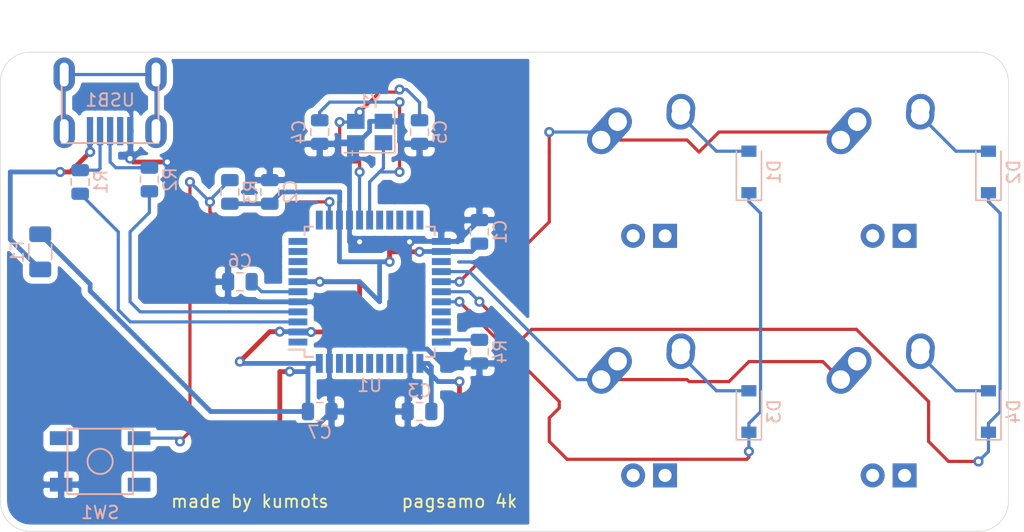
<source format=kicad_pcb>
(kicad_pcb (version 20171130) (host pcbnew "(5.1.4)-1")

  (general
    (thickness 1.6)
    (drawings 10)
    (tracks 301)
    (zones 0)
    (modules 24)
    (nets 45)
  )

  (page A4)
  (layers
    (0 F.Cu signal)
    (31 B.Cu signal)
    (32 B.Adhes user)
    (33 F.Adhes user)
    (34 B.Paste user)
    (35 F.Paste user)
    (36 B.SilkS user)
    (37 F.SilkS user)
    (38 B.Mask user)
    (39 F.Mask user)
    (40 Dwgs.User user)
    (41 Cmts.User user)
    (42 Eco1.User user)
    (43 Eco2.User user)
    (44 Edge.Cuts user)
    (45 Margin user)
    (46 B.CrtYd user)
    (47 F.CrtYd user)
    (48 B.Fab user)
    (49 F.Fab user)
  )

  (setup
    (last_trace_width 0.254)
    (trace_clearance 0.2)
    (zone_clearance 0.508)
    (zone_45_only no)
    (trace_min 0.2)
    (via_size 0.8)
    (via_drill 0.4)
    (via_min_size 0.4)
    (via_min_drill 0.3)
    (uvia_size 0.3)
    (uvia_drill 0.1)
    (uvias_allowed no)
    (uvia_min_size 0.2)
    (uvia_min_drill 0.1)
    (edge_width 0.05)
    (segment_width 0.2)
    (pcb_text_width 0.3)
    (pcb_text_size 1.5 1.5)
    (mod_edge_width 0.12)
    (mod_text_size 1 1)
    (mod_text_width 0.15)
    (pad_size 1.524 1.524)
    (pad_drill 0.762)
    (pad_to_mask_clearance 0.051)
    (solder_mask_min_width 0.25)
    (aux_axis_origin 0 0)
    (visible_elements 7FFFFFFF)
    (pcbplotparams
      (layerselection 0x010f0_ffffffff)
      (usegerberextensions false)
      (usegerberattributes false)
      (usegerberadvancedattributes false)
      (creategerberjobfile false)
      (excludeedgelayer true)
      (linewidth 0.100000)
      (plotframeref false)
      (viasonmask false)
      (mode 1)
      (useauxorigin false)
      (hpglpennumber 1)
      (hpglpenspeed 20)
      (hpglpendiameter 15.000000)
      (psnegative false)
      (psa4output false)
      (plotreference true)
      (plotvalue true)
      (plotinvisibletext false)
      (padsonsilk false)
      (subtractmaskfromsilk false)
      (outputformat 1)
      (mirror false)
      (drillshape 0)
      (scaleselection 1)
      (outputdirectory "gerbers/"))
  )

  (net 0 "")
  (net 1 GND)
  (net 2 +5V)
  (net 3 "Net-(C4-Pad1)")
  (net 4 "Net-(C5-Pad2)")
  (net 5 "Net-(C6-Pad1)")
  (net 6 "Net-(D1-Pad2)")
  (net 7 ROW0)
  (net 8 "Net-(D2-Pad2)")
  (net 9 ROW1)
  (net 10 "Net-(D3-Pad2)")
  (net 11 "Net-(D4-Pad2)")
  (net 12 VCC)
  (net 13 COL0)
  (net 14 COL1)
  (net 15 D-)
  (net 16 "Net-(R1-Pad1)")
  (net 17 D+)
  (net 18 "Net-(R2-Pad1)")
  (net 19 "Net-(R3-Pad2)")
  (net 20 "Net-(R4-Pad2)")
  (net 21 "Net-(U1-Pad42)")
  (net 22 "Net-(U1-Pad41)")
  (net 23 "Net-(U1-Pad40)")
  (net 24 "Net-(U1-Pad39)")
  (net 25 "Net-(U1-Pad38)")
  (net 26 "Net-(U1-Pad37)")
  (net 27 "Net-(U1-Pad36)")
  (net 28 "Net-(U1-Pad32)")
  (net 29 "Net-(U1-Pad31)")
  (net 30 "Net-(U1-Pad30)")
  (net 31 "Net-(U1-Pad25)")
  (net 32 "Net-(U1-Pad22)")
  (net 33 "Net-(U1-Pad21)")
  (net 34 "Net-(U1-Pad20)")
  (net 35 "Net-(U1-Pad19)")
  (net 36 "Net-(U1-Pad18)")
  (net 37 "Net-(U1-Pad12)")
  (net 38 "Net-(U1-Pad11)")
  (net 39 "Net-(U1-Pad10)")
  (net 40 "Net-(U1-Pad9)")
  (net 41 "Net-(U1-Pad8)")
  (net 42 "Net-(U1-Pad1)")
  (net 43 "Net-(USB1-Pad6)")
  (net 44 "Net-(USB1-Pad2)")

  (net_class Default "This is the default net class."
    (clearance 0.2)
    (trace_width 0.254)
    (via_dia 0.8)
    (via_drill 0.4)
    (uvia_dia 0.3)
    (uvia_drill 0.1)
    (add_net COL0)
    (add_net COL1)
    (add_net D+)
    (add_net D-)
    (add_net "Net-(C4-Pad1)")
    (add_net "Net-(C5-Pad2)")
    (add_net "Net-(C6-Pad1)")
    (add_net "Net-(D1-Pad2)")
    (add_net "Net-(D2-Pad2)")
    (add_net "Net-(D3-Pad2)")
    (add_net "Net-(D4-Pad2)")
    (add_net "Net-(R1-Pad1)")
    (add_net "Net-(R2-Pad1)")
    (add_net "Net-(R3-Pad2)")
    (add_net "Net-(R4-Pad2)")
    (add_net "Net-(U1-Pad1)")
    (add_net "Net-(U1-Pad10)")
    (add_net "Net-(U1-Pad11)")
    (add_net "Net-(U1-Pad12)")
    (add_net "Net-(U1-Pad18)")
    (add_net "Net-(U1-Pad19)")
    (add_net "Net-(U1-Pad20)")
    (add_net "Net-(U1-Pad21)")
    (add_net "Net-(U1-Pad22)")
    (add_net "Net-(U1-Pad25)")
    (add_net "Net-(U1-Pad30)")
    (add_net "Net-(U1-Pad31)")
    (add_net "Net-(U1-Pad32)")
    (add_net "Net-(U1-Pad36)")
    (add_net "Net-(U1-Pad37)")
    (add_net "Net-(U1-Pad38)")
    (add_net "Net-(U1-Pad39)")
    (add_net "Net-(U1-Pad40)")
    (add_net "Net-(U1-Pad41)")
    (add_net "Net-(U1-Pad42)")
    (add_net "Net-(U1-Pad8)")
    (add_net "Net-(U1-Pad9)")
    (add_net "Net-(USB1-Pad2)")
    (add_net "Net-(USB1-Pad6)")
    (add_net ROW0)
    (add_net ROW1)
  )

  (net_class Power ""
    (clearance 0.2)
    (trace_width 0.381)
    (via_dia 0.8)
    (via_drill 0.4)
    (uvia_dia 0.3)
    (uvia_drill 0.1)
    (add_net +5V)
    (add_net GND)
    (add_net VCC)
  )

  (module Crystal:Crystal_SMD_3225-4Pin_3.2x2.5mm (layer B.Cu) (tedit 5A0FD1B2) (tstamp 669E3DFF)
    (at 147.6375 57.15 180)
    (descr "SMD Crystal SERIES SMD3225/4 http://www.txccrystal.com/images/pdf/7m-accuracy.pdf, 3.2x2.5mm^2 package")
    (tags "SMD SMT crystal")
    (path /669FF7B2)
    (attr smd)
    (fp_text reference Y1 (at 0 2.45) (layer B.SilkS)
      (effects (font (size 1 1) (thickness 0.15)) (justify mirror))
    )
    (fp_text value 16MHz (at 0 -2.45) (layer B.Fab)
      (effects (font (size 1 1) (thickness 0.15)) (justify mirror))
    )
    (fp_line (start 2.1 1.7) (end -2.1 1.7) (layer B.CrtYd) (width 0.05))
    (fp_line (start 2.1 -1.7) (end 2.1 1.7) (layer B.CrtYd) (width 0.05))
    (fp_line (start -2.1 -1.7) (end 2.1 -1.7) (layer B.CrtYd) (width 0.05))
    (fp_line (start -2.1 1.7) (end -2.1 -1.7) (layer B.CrtYd) (width 0.05))
    (fp_line (start -2 -1.65) (end 2 -1.65) (layer B.SilkS) (width 0.12))
    (fp_line (start -2 1.65) (end -2 -1.65) (layer B.SilkS) (width 0.12))
    (fp_line (start -1.6 -0.25) (end -0.6 -1.25) (layer B.Fab) (width 0.1))
    (fp_line (start 1.6 1.25) (end -1.6 1.25) (layer B.Fab) (width 0.1))
    (fp_line (start 1.6 -1.25) (end 1.6 1.25) (layer B.Fab) (width 0.1))
    (fp_line (start -1.6 -1.25) (end 1.6 -1.25) (layer B.Fab) (width 0.1))
    (fp_line (start -1.6 1.25) (end -1.6 -1.25) (layer B.Fab) (width 0.1))
    (fp_text user %R (at 0 0) (layer B.Fab)
      (effects (font (size 0.7 0.7) (thickness 0.105)) (justify mirror))
    )
    (pad 4 smd rect (at -1.1 0.85 180) (size 1.4 1.2) (layers B.Cu B.Paste B.Mask)
      (net 1 GND))
    (pad 3 smd rect (at 1.1 0.85 180) (size 1.4 1.2) (layers B.Cu B.Paste B.Mask)
      (net 4 "Net-(C5-Pad2)"))
    (pad 2 smd rect (at 1.1 -0.85 180) (size 1.4 1.2) (layers B.Cu B.Paste B.Mask)
      (net 1 GND))
    (pad 1 smd rect (at -1.1 -0.85 180) (size 1.4 1.2) (layers B.Cu B.Paste B.Mask)
      (net 3 "Net-(C4-Pad1)"))
    (model ${KISYS3DMOD}/Crystal.3dshapes/Crystal_SMD_3225-4Pin_3.2x2.5mm.wrl
      (at (xyz 0 0 0))
      (scale (xyz 1 1 1))
      (rotate (xyz 0 0 0))
    )
  )

  (module random-keyboard-parts:Molex-0548190589 (layer B.Cu) (tedit 5C494815) (tstamp 669E3DEB)
    (at 127 52.578 270)
    (path /66A1B7B1)
    (attr smd)
    (fp_text reference USB1 (at 2.032 0 180) (layer B.SilkS)
      (effects (font (size 1 1) (thickness 0.15)) (justify mirror))
    )
    (fp_text value Molex-0548190589 (at -5.08 0 180) (layer Dwgs.User)
      (effects (font (size 1 1) (thickness 0.15)))
    )
    (fp_text user %R (at 2 0 180) (layer B.CrtYd)
      (effects (font (size 1 1) (thickness 0.15)) (justify mirror))
    )
    (fp_line (start 3.25 1.25) (end 5.5 1.25) (layer B.CrtYd) (width 0.15))
    (fp_line (start 5.5 0.5) (end 3.25 0.5) (layer B.CrtYd) (width 0.15))
    (fp_line (start 3.25 -0.5) (end 5.5 -0.5) (layer B.CrtYd) (width 0.15))
    (fp_line (start 5.5 -1.25) (end 3.25 -1.25) (layer B.CrtYd) (width 0.15))
    (fp_line (start 3.25 -2) (end 5.5 -2) (layer B.CrtYd) (width 0.15))
    (fp_line (start 3.25 2) (end 3.25 -2) (layer B.CrtYd) (width 0.15))
    (fp_line (start 5.5 2) (end 3.25 2) (layer B.CrtYd) (width 0.15))
    (fp_line (start -3.75 -3.75) (end -3.75 3.75) (layer B.CrtYd) (width 0.15))
    (fp_line (start 5.5 -3.75) (end -3.75 -3.75) (layer B.CrtYd) (width 0.15))
    (fp_line (start 5.5 3.75) (end 5.5 -3.75) (layer B.CrtYd) (width 0.15))
    (fp_line (start -3.75 3.75) (end 5.5 3.75) (layer B.CrtYd) (width 0.15))
    (fp_line (start 0 3.85) (end 5.45 3.85) (layer B.SilkS) (width 0.15))
    (fp_line (start 0 -3.85) (end 5.45 -3.85) (layer B.SilkS) (width 0.15))
    (fp_line (start 5.45 3.85) (end 5.45 -3.85) (layer B.SilkS) (width 0.15))
    (fp_line (start -3.75 3.85) (end 0 3.85) (layer Dwgs.User) (width 0.15))
    (fp_line (start -3.75 -3.85) (end 0 -3.85) (layer Dwgs.User) (width 0.15))
    (fp_line (start -1.75 4.572) (end -1.75 -4.572) (layer Dwgs.User) (width 0.15))
    (fp_line (start -3.75 3.85) (end -3.75 -3.85) (layer Dwgs.User) (width 0.15))
    (pad 6 thru_hole oval (at 0 3.65 270) (size 2.7 1.7) (drill oval 1.9 0.7) (layers *.Cu *.Mask)
      (net 43 "Net-(USB1-Pad6)"))
    (pad 6 thru_hole oval (at 0 -3.65 270) (size 2.7 1.7) (drill oval 1.9 0.7) (layers *.Cu *.Mask)
      (net 43 "Net-(USB1-Pad6)"))
    (pad 6 thru_hole oval (at 4.5 -3.65 270) (size 2.7 1.7) (drill oval 1.9 0.7) (layers *.Cu *.Mask)
      (net 43 "Net-(USB1-Pad6)"))
    (pad 6 thru_hole oval (at 4.5 3.65 270) (size 2.7 1.7) (drill oval 1.9 0.7) (layers *.Cu *.Mask)
      (net 43 "Net-(USB1-Pad6)"))
    (pad 5 smd rect (at 4.5 1.6 270) (size 2.25 0.5) (layers B.Cu B.Paste B.Mask)
      (net 12 VCC))
    (pad 4 smd rect (at 4.5 0.8 270) (size 2.25 0.5) (layers B.Cu B.Paste B.Mask)
      (net 15 D-))
    (pad 3 smd rect (at 4.5 0 270) (size 2.25 0.5) (layers B.Cu B.Paste B.Mask)
      (net 17 D+))
    (pad 2 smd rect (at 4.5 -0.8 270) (size 2.25 0.5) (layers B.Cu B.Paste B.Mask)
      (net 44 "Net-(USB1-Pad2)"))
    (pad 1 smd rect (at 4.5 -1.6 270) (size 2.25 0.5) (layers B.Cu B.Paste B.Mask)
      (net 1 GND))
  )

  (module Package_QFP:TQFP-44_10x10mm_P0.8mm (layer B.Cu) (tedit 5A02F146) (tstamp 669E3DCB)
    (at 147.6375 69.85)
    (descr "44-Lead Plastic Thin Quad Flatpack (PT) - 10x10x1.0 mm Body [TQFP] (see Microchip Packaging Specification 00000049BS.pdf)")
    (tags "QFP 0.8")
    (path /669DD027)
    (attr smd)
    (fp_text reference U1 (at 0 7.45) (layer B.SilkS)
      (effects (font (size 1 1) (thickness 0.15)) (justify mirror))
    )
    (fp_text value ATmega32U4-AU (at 0 -7.45) (layer B.Fab)
      (effects (font (size 1 1) (thickness 0.15)) (justify mirror))
    )
    (fp_line (start -5.175 4.6) (end -6.45 4.6) (layer B.SilkS) (width 0.15))
    (fp_line (start 5.175 5.175) (end 4.5 5.175) (layer B.SilkS) (width 0.15))
    (fp_line (start 5.175 -5.175) (end 4.5 -5.175) (layer B.SilkS) (width 0.15))
    (fp_line (start -5.175 -5.175) (end -4.5 -5.175) (layer B.SilkS) (width 0.15))
    (fp_line (start -5.175 5.175) (end -4.5 5.175) (layer B.SilkS) (width 0.15))
    (fp_line (start -5.175 -5.175) (end -5.175 -4.5) (layer B.SilkS) (width 0.15))
    (fp_line (start 5.175 -5.175) (end 5.175 -4.5) (layer B.SilkS) (width 0.15))
    (fp_line (start 5.175 5.175) (end 5.175 4.5) (layer B.SilkS) (width 0.15))
    (fp_line (start -5.175 5.175) (end -5.175 4.6) (layer B.SilkS) (width 0.15))
    (fp_line (start -6.7 -6.7) (end 6.7 -6.7) (layer B.CrtYd) (width 0.05))
    (fp_line (start -6.7 6.7) (end 6.7 6.7) (layer B.CrtYd) (width 0.05))
    (fp_line (start 6.7 6.7) (end 6.7 -6.7) (layer B.CrtYd) (width 0.05))
    (fp_line (start -6.7 6.7) (end -6.7 -6.7) (layer B.CrtYd) (width 0.05))
    (fp_line (start -5 4) (end -4 5) (layer B.Fab) (width 0.15))
    (fp_line (start -5 -5) (end -5 4) (layer B.Fab) (width 0.15))
    (fp_line (start 5 -5) (end -5 -5) (layer B.Fab) (width 0.15))
    (fp_line (start 5 5) (end 5 -5) (layer B.Fab) (width 0.15))
    (fp_line (start -4 5) (end 5 5) (layer B.Fab) (width 0.15))
    (fp_text user %R (at 0 0) (layer B.Fab)
      (effects (font (size 1 1) (thickness 0.15)) (justify mirror))
    )
    (pad 44 smd rect (at -4 5.7 270) (size 1.5 0.55) (layers B.Cu B.Paste B.Mask)
      (net 2 +5V))
    (pad 43 smd rect (at -3.2 5.7 270) (size 1.5 0.55) (layers B.Cu B.Paste B.Mask)
      (net 1 GND))
    (pad 42 smd rect (at -2.4 5.7 270) (size 1.5 0.55) (layers B.Cu B.Paste B.Mask)
      (net 21 "Net-(U1-Pad42)"))
    (pad 41 smd rect (at -1.6 5.7 270) (size 1.5 0.55) (layers B.Cu B.Paste B.Mask)
      (net 22 "Net-(U1-Pad41)"))
    (pad 40 smd rect (at -0.8 5.7 270) (size 1.5 0.55) (layers B.Cu B.Paste B.Mask)
      (net 23 "Net-(U1-Pad40)"))
    (pad 39 smd rect (at 0 5.7 270) (size 1.5 0.55) (layers B.Cu B.Paste B.Mask)
      (net 24 "Net-(U1-Pad39)"))
    (pad 38 smd rect (at 0.8 5.7 270) (size 1.5 0.55) (layers B.Cu B.Paste B.Mask)
      (net 25 "Net-(U1-Pad38)"))
    (pad 37 smd rect (at 1.6 5.7 270) (size 1.5 0.55) (layers B.Cu B.Paste B.Mask)
      (net 26 "Net-(U1-Pad37)"))
    (pad 36 smd rect (at 2.4 5.7 270) (size 1.5 0.55) (layers B.Cu B.Paste B.Mask)
      (net 27 "Net-(U1-Pad36)"))
    (pad 35 smd rect (at 3.2 5.7 270) (size 1.5 0.55) (layers B.Cu B.Paste B.Mask)
      (net 1 GND))
    (pad 34 smd rect (at 4 5.7 270) (size 1.5 0.55) (layers B.Cu B.Paste B.Mask)
      (net 2 +5V))
    (pad 33 smd rect (at 5.7 4) (size 1.5 0.55) (layers B.Cu B.Paste B.Mask)
      (net 20 "Net-(R4-Pad2)"))
    (pad 32 smd rect (at 5.7 3.2) (size 1.5 0.55) (layers B.Cu B.Paste B.Mask)
      (net 28 "Net-(U1-Pad32)"))
    (pad 31 smd rect (at 5.7 2.4) (size 1.5 0.55) (layers B.Cu B.Paste B.Mask)
      (net 29 "Net-(U1-Pad31)"))
    (pad 30 smd rect (at 5.7 1.6) (size 1.5 0.55) (layers B.Cu B.Paste B.Mask)
      (net 30 "Net-(U1-Pad30)"))
    (pad 29 smd rect (at 5.7 0.8) (size 1.5 0.55) (layers B.Cu B.Paste B.Mask)
      (net 7 ROW0))
    (pad 28 smd rect (at 5.7 0) (size 1.5 0.55) (layers B.Cu B.Paste B.Mask)
      (net 9 ROW1))
    (pad 27 smd rect (at 5.7 -0.8) (size 1.5 0.55) (layers B.Cu B.Paste B.Mask)
      (net 13 COL0))
    (pad 26 smd rect (at 5.7 -1.6) (size 1.5 0.55) (layers B.Cu B.Paste B.Mask)
      (net 14 COL1))
    (pad 25 smd rect (at 5.7 -2.4) (size 1.5 0.55) (layers B.Cu B.Paste B.Mask)
      (net 31 "Net-(U1-Pad25)"))
    (pad 24 smd rect (at 5.7 -3.2) (size 1.5 0.55) (layers B.Cu B.Paste B.Mask)
      (net 2 +5V))
    (pad 23 smd rect (at 5.7 -4) (size 1.5 0.55) (layers B.Cu B.Paste B.Mask)
      (net 1 GND))
    (pad 22 smd rect (at 4 -5.7 270) (size 1.5 0.55) (layers B.Cu B.Paste B.Mask)
      (net 32 "Net-(U1-Pad22)"))
    (pad 21 smd rect (at 3.2 -5.7 270) (size 1.5 0.55) (layers B.Cu B.Paste B.Mask)
      (net 33 "Net-(U1-Pad21)"))
    (pad 20 smd rect (at 2.4 -5.7 270) (size 1.5 0.55) (layers B.Cu B.Paste B.Mask)
      (net 34 "Net-(U1-Pad20)"))
    (pad 19 smd rect (at 1.6 -5.7 270) (size 1.5 0.55) (layers B.Cu B.Paste B.Mask)
      (net 35 "Net-(U1-Pad19)"))
    (pad 18 smd rect (at 0.8 -5.7 270) (size 1.5 0.55) (layers B.Cu B.Paste B.Mask)
      (net 36 "Net-(U1-Pad18)"))
    (pad 17 smd rect (at 0 -5.7 270) (size 1.5 0.55) (layers B.Cu B.Paste B.Mask)
      (net 3 "Net-(C4-Pad1)"))
    (pad 16 smd rect (at -0.8 -5.7 270) (size 1.5 0.55) (layers B.Cu B.Paste B.Mask)
      (net 4 "Net-(C5-Pad2)"))
    (pad 15 smd rect (at -1.6 -5.7 270) (size 1.5 0.55) (layers B.Cu B.Paste B.Mask)
      (net 1 GND))
    (pad 14 smd rect (at -2.4 -5.7 270) (size 1.5 0.55) (layers B.Cu B.Paste B.Mask)
      (net 2 +5V))
    (pad 13 smd rect (at -3.2 -5.7 270) (size 1.5 0.55) (layers B.Cu B.Paste B.Mask)
      (net 19 "Net-(R3-Pad2)"))
    (pad 12 smd rect (at -4 -5.7 270) (size 1.5 0.55) (layers B.Cu B.Paste B.Mask)
      (net 37 "Net-(U1-Pad12)"))
    (pad 11 smd rect (at -5.7 -4) (size 1.5 0.55) (layers B.Cu B.Paste B.Mask)
      (net 38 "Net-(U1-Pad11)"))
    (pad 10 smd rect (at -5.7 -3.2) (size 1.5 0.55) (layers B.Cu B.Paste B.Mask)
      (net 39 "Net-(U1-Pad10)"))
    (pad 9 smd rect (at -5.7 -2.4) (size 1.5 0.55) (layers B.Cu B.Paste B.Mask)
      (net 40 "Net-(U1-Pad9)"))
    (pad 8 smd rect (at -5.7 -1.6) (size 1.5 0.55) (layers B.Cu B.Paste B.Mask)
      (net 41 "Net-(U1-Pad8)"))
    (pad 7 smd rect (at -5.7 -0.8) (size 1.5 0.55) (layers B.Cu B.Paste B.Mask)
      (net 2 +5V))
    (pad 6 smd rect (at -5.7 0) (size 1.5 0.55) (layers B.Cu B.Paste B.Mask)
      (net 5 "Net-(C6-Pad1)"))
    (pad 5 smd rect (at -5.7 0.8) (size 1.5 0.55) (layers B.Cu B.Paste B.Mask)
      (net 1 GND))
    (pad 4 smd rect (at -5.7 1.6) (size 1.5 0.55) (layers B.Cu B.Paste B.Mask)
      (net 18 "Net-(R2-Pad1)"))
    (pad 3 smd rect (at -5.7 2.4) (size 1.5 0.55) (layers B.Cu B.Paste B.Mask)
      (net 16 "Net-(R1-Pad1)"))
    (pad 2 smd rect (at -5.7 3.2) (size 1.5 0.55) (layers B.Cu B.Paste B.Mask)
      (net 2 +5V))
    (pad 1 smd rect (at -5.7 4) (size 1.5 0.55) (layers B.Cu B.Paste B.Mask)
      (net 42 "Net-(U1-Pad1)"))
    (model ${KISYS3DMOD}/Package_QFP.3dshapes/TQFP-44_10x10mm_P0.8mm.wrl
      (at (xyz 0 0 0))
      (scale (xyz 1 1 1))
      (rotate (xyz 0 0 0))
    )
  )

  (module random-keyboard-parts:SKQG-1155865 (layer B.Cu) (tedit 5E62B398) (tstamp 669E3D88)
    (at 126.20625 83.34375 180)
    (path /66A0D033)
    (attr smd)
    (fp_text reference SW1 (at 0 -4.064) (layer B.SilkS)
      (effects (font (size 1 1) (thickness 0.15)) (justify mirror))
    )
    (fp_text value SW_Push (at 0 4.064) (layer B.Fab)
      (effects (font (size 1 1) (thickness 0.15)) (justify mirror))
    )
    (fp_line (start -2.6 2.6) (end 2.6 2.6) (layer B.SilkS) (width 0.15))
    (fp_line (start 2.6 2.6) (end 2.6 -2.6) (layer B.SilkS) (width 0.15))
    (fp_line (start 2.6 -2.6) (end -2.6 -2.6) (layer B.SilkS) (width 0.15))
    (fp_line (start -2.6 -2.6) (end -2.6 2.6) (layer B.SilkS) (width 0.15))
    (fp_circle (center 0 0) (end 1 0) (layer B.SilkS) (width 0.15))
    (fp_line (start -4.2 2.6) (end 4.2 2.6) (layer B.Fab) (width 0.15))
    (fp_line (start 4.2 2.6) (end 4.2 1.2) (layer B.Fab) (width 0.15))
    (fp_line (start 4.2 1.1) (end 2.6 1.1) (layer B.Fab) (width 0.15))
    (fp_line (start 2.6 1.1) (end 2.6 -1.1) (layer B.Fab) (width 0.15))
    (fp_line (start 2.6 -1.1) (end 4.2 -1.1) (layer B.Fab) (width 0.15))
    (fp_line (start 4.2 -1.1) (end 4.2 -2.6) (layer B.Fab) (width 0.15))
    (fp_line (start 4.2 -2.6) (end -4.2 -2.6) (layer B.Fab) (width 0.15))
    (fp_line (start -4.2 -2.6) (end -4.2 -1.1) (layer B.Fab) (width 0.15))
    (fp_line (start -4.2 -1.1) (end -2.6 -1.1) (layer B.Fab) (width 0.15))
    (fp_line (start -2.6 -1.1) (end -2.6 1.1) (layer B.Fab) (width 0.15))
    (fp_line (start -2.6 1.1) (end -4.2 1.1) (layer B.Fab) (width 0.15))
    (fp_line (start -4.2 1.1) (end -4.2 2.6) (layer B.Fab) (width 0.15))
    (fp_circle (center 0 0) (end 1 0) (layer B.Fab) (width 0.15))
    (fp_line (start -2.6 1.1) (end -1.1 2.6) (layer B.Fab) (width 0.15))
    (fp_line (start 2.6 1.1) (end 1.1 2.6) (layer B.Fab) (width 0.15))
    (fp_line (start 2.6 -1.1) (end 1.1 -2.6) (layer B.Fab) (width 0.15))
    (fp_line (start -2.6 -1.1) (end -1.1 -2.6) (layer B.Fab) (width 0.15))
    (pad 4 smd rect (at -3.1 -1.85 180) (size 1.8 1.1) (layers B.Cu B.Paste B.Mask))
    (pad 3 smd rect (at 3.1 1.85 180) (size 1.8 1.1) (layers B.Cu B.Paste B.Mask))
    (pad 2 smd rect (at -3.1 1.85 180) (size 1.8 1.1) (layers B.Cu B.Paste B.Mask)
      (net 19 "Net-(R3-Pad2)"))
    (pad 1 smd rect (at 3.1 -1.85 180) (size 1.8 1.1) (layers B.Cu B.Paste B.Mask)
      (net 1 GND))
    (model ${KISYS3DMOD}/Button_Switch_SMD.3dshapes/SW_SPST_TL3342.step
      (at (xyz 0 0 0))
      (scale (xyz 1 1 1))
      (rotate (xyz 0 0 0))
    )
  )

  (module Resistor_SMD:R_0805_2012Metric (layer B.Cu) (tedit 5B36C52B) (tstamp 669E3D6A)
    (at 156.36875 74.6125 90)
    (descr "Resistor SMD 0805 (2012 Metric), square (rectangular) end terminal, IPC_7351 nominal, (Body size source: https://docs.google.com/spreadsheets/d/1BsfQQcO9C6DZCsRaXUlFlo91Tg2WpOkGARC1WS5S8t0/edit?usp=sharing), generated with kicad-footprint-generator")
    (tags resistor)
    (path /669E2404)
    (attr smd)
    (fp_text reference R4 (at 0 1.65 90) (layer B.SilkS)
      (effects (font (size 1 1) (thickness 0.15)) (justify mirror))
    )
    (fp_text value 10k (at 0 -1.65 90) (layer B.Fab)
      (effects (font (size 1 1) (thickness 0.15)) (justify mirror))
    )
    (fp_text user %R (at 0 0 90) (layer B.Fab)
      (effects (font (size 0.5 0.5) (thickness 0.08)) (justify mirror))
    )
    (fp_line (start 1.68 -0.95) (end -1.68 -0.95) (layer B.CrtYd) (width 0.05))
    (fp_line (start 1.68 0.95) (end 1.68 -0.95) (layer B.CrtYd) (width 0.05))
    (fp_line (start -1.68 0.95) (end 1.68 0.95) (layer B.CrtYd) (width 0.05))
    (fp_line (start -1.68 -0.95) (end -1.68 0.95) (layer B.CrtYd) (width 0.05))
    (fp_line (start -0.258578 -0.71) (end 0.258578 -0.71) (layer B.SilkS) (width 0.12))
    (fp_line (start -0.258578 0.71) (end 0.258578 0.71) (layer B.SilkS) (width 0.12))
    (fp_line (start 1 -0.6) (end -1 -0.6) (layer B.Fab) (width 0.1))
    (fp_line (start 1 0.6) (end 1 -0.6) (layer B.Fab) (width 0.1))
    (fp_line (start -1 0.6) (end 1 0.6) (layer B.Fab) (width 0.1))
    (fp_line (start -1 -0.6) (end -1 0.6) (layer B.Fab) (width 0.1))
    (pad 2 smd roundrect (at 0.9375 0 90) (size 0.975 1.4) (layers B.Cu B.Paste B.Mask) (roundrect_rratio 0.25)
      (net 20 "Net-(R4-Pad2)"))
    (pad 1 smd roundrect (at -0.9375 0 90) (size 0.975 1.4) (layers B.Cu B.Paste B.Mask) (roundrect_rratio 0.25)
      (net 1 GND))
    (model ${KISYS3DMOD}/Resistor_SMD.3dshapes/R_0805_2012Metric.wrl
      (at (xyz 0 0 0))
      (scale (xyz 1 1 1))
      (rotate (xyz 0 0 0))
    )
  )

  (module Resistor_SMD:R_0805_2012Metric (layer B.Cu) (tedit 5B36C52B) (tstamp 669E3D59)
    (at 136.525 61.9125 90)
    (descr "Resistor SMD 0805 (2012 Metric), square (rectangular) end terminal, IPC_7351 nominal, (Body size source: https://docs.google.com/spreadsheets/d/1BsfQQcO9C6DZCsRaXUlFlo91Tg2WpOkGARC1WS5S8t0/edit?usp=sharing), generated with kicad-footprint-generator")
    (tags resistor)
    (path /66A1395E)
    (attr smd)
    (fp_text reference R3 (at 0 1.65 90) (layer B.SilkS)
      (effects (font (size 1 1) (thickness 0.15)) (justify mirror))
    )
    (fp_text value 10k (at 0 -1.65 90) (layer B.Fab)
      (effects (font (size 1 1) (thickness 0.15)) (justify mirror))
    )
    (fp_text user %R (at 0 0 90) (layer B.Fab)
      (effects (font (size 0.5 0.5) (thickness 0.08)) (justify mirror))
    )
    (fp_line (start 1.68 -0.95) (end -1.68 -0.95) (layer B.CrtYd) (width 0.05))
    (fp_line (start 1.68 0.95) (end 1.68 -0.95) (layer B.CrtYd) (width 0.05))
    (fp_line (start -1.68 0.95) (end 1.68 0.95) (layer B.CrtYd) (width 0.05))
    (fp_line (start -1.68 -0.95) (end -1.68 0.95) (layer B.CrtYd) (width 0.05))
    (fp_line (start -0.258578 -0.71) (end 0.258578 -0.71) (layer B.SilkS) (width 0.12))
    (fp_line (start -0.258578 0.71) (end 0.258578 0.71) (layer B.SilkS) (width 0.12))
    (fp_line (start 1 -0.6) (end -1 -0.6) (layer B.Fab) (width 0.1))
    (fp_line (start 1 0.6) (end 1 -0.6) (layer B.Fab) (width 0.1))
    (fp_line (start -1 0.6) (end 1 0.6) (layer B.Fab) (width 0.1))
    (fp_line (start -1 -0.6) (end -1 0.6) (layer B.Fab) (width 0.1))
    (pad 2 smd roundrect (at 0.9375 0 90) (size 0.975 1.4) (layers B.Cu B.Paste B.Mask) (roundrect_rratio 0.25)
      (net 19 "Net-(R3-Pad2)"))
    (pad 1 smd roundrect (at -0.9375 0 90) (size 0.975 1.4) (layers B.Cu B.Paste B.Mask) (roundrect_rratio 0.25)
      (net 2 +5V))
    (model ${KISYS3DMOD}/Resistor_SMD.3dshapes/R_0805_2012Metric.wrl
      (at (xyz 0 0 0))
      (scale (xyz 1 1 1))
      (rotate (xyz 0 0 0))
    )
  )

  (module Resistor_SMD:R_0805_2012Metric (layer B.Cu) (tedit 5B36C52B) (tstamp 669E3D48)
    (at 130.125 60.925 90)
    (descr "Resistor SMD 0805 (2012 Metric), square (rectangular) end terminal, IPC_7351 nominal, (Body size source: https://docs.google.com/spreadsheets/d/1BsfQQcO9C6DZCsRaXUlFlo91Tg2WpOkGARC1WS5S8t0/edit?usp=sharing), generated with kicad-footprint-generator")
    (tags resistor)
    (path /669E6A87)
    (attr smd)
    (fp_text reference R2 (at 0 1.65 90) (layer B.SilkS)
      (effects (font (size 1 1) (thickness 0.15)) (justify mirror))
    )
    (fp_text value 22 (at 0 -1.65 90) (layer B.Fab)
      (effects (font (size 1 1) (thickness 0.15)) (justify mirror))
    )
    (fp_text user %R (at 0 0 90) (layer B.Fab)
      (effects (font (size 0.5 0.5) (thickness 0.08)) (justify mirror))
    )
    (fp_line (start 1.68 -0.95) (end -1.68 -0.95) (layer B.CrtYd) (width 0.05))
    (fp_line (start 1.68 0.95) (end 1.68 -0.95) (layer B.CrtYd) (width 0.05))
    (fp_line (start -1.68 0.95) (end 1.68 0.95) (layer B.CrtYd) (width 0.05))
    (fp_line (start -1.68 -0.95) (end -1.68 0.95) (layer B.CrtYd) (width 0.05))
    (fp_line (start -0.258578 -0.71) (end 0.258578 -0.71) (layer B.SilkS) (width 0.12))
    (fp_line (start -0.258578 0.71) (end 0.258578 0.71) (layer B.SilkS) (width 0.12))
    (fp_line (start 1 -0.6) (end -1 -0.6) (layer B.Fab) (width 0.1))
    (fp_line (start 1 0.6) (end 1 -0.6) (layer B.Fab) (width 0.1))
    (fp_line (start -1 0.6) (end 1 0.6) (layer B.Fab) (width 0.1))
    (fp_line (start -1 -0.6) (end -1 0.6) (layer B.Fab) (width 0.1))
    (pad 2 smd roundrect (at 0.9375 0 90) (size 0.975 1.4) (layers B.Cu B.Paste B.Mask) (roundrect_rratio 0.25)
      (net 17 D+))
    (pad 1 smd roundrect (at -0.9375 0 90) (size 0.975 1.4) (layers B.Cu B.Paste B.Mask) (roundrect_rratio 0.25)
      (net 18 "Net-(R2-Pad1)"))
    (model ${KISYS3DMOD}/Resistor_SMD.3dshapes/R_0805_2012Metric.wrl
      (at (xyz 0 0 0))
      (scale (xyz 1 1 1))
      (rotate (xyz 0 0 0))
    )
  )

  (module Resistor_SMD:R_0805_2012Metric (layer B.Cu) (tedit 5B36C52B) (tstamp 669E3D37)
    (at 124.61875 61.11875 90)
    (descr "Resistor SMD 0805 (2012 Metric), square (rectangular) end terminal, IPC_7351 nominal, (Body size source: https://docs.google.com/spreadsheets/d/1BsfQQcO9C6DZCsRaXUlFlo91Tg2WpOkGARC1WS5S8t0/edit?usp=sharing), generated with kicad-footprint-generator")
    (tags resistor)
    (path /669E78FF)
    (attr smd)
    (fp_text reference R1 (at 0 1.65 90) (layer B.SilkS)
      (effects (font (size 1 1) (thickness 0.15)) (justify mirror))
    )
    (fp_text value 22 (at 0 -1.65 90) (layer B.Fab)
      (effects (font (size 1 1) (thickness 0.15)) (justify mirror))
    )
    (fp_text user %R (at 0 0 90) (layer B.Fab)
      (effects (font (size 0.5 0.5) (thickness 0.08)) (justify mirror))
    )
    (fp_line (start 1.68 -0.95) (end -1.68 -0.95) (layer B.CrtYd) (width 0.05))
    (fp_line (start 1.68 0.95) (end 1.68 -0.95) (layer B.CrtYd) (width 0.05))
    (fp_line (start -1.68 0.95) (end 1.68 0.95) (layer B.CrtYd) (width 0.05))
    (fp_line (start -1.68 -0.95) (end -1.68 0.95) (layer B.CrtYd) (width 0.05))
    (fp_line (start -0.258578 -0.71) (end 0.258578 -0.71) (layer B.SilkS) (width 0.12))
    (fp_line (start -0.258578 0.71) (end 0.258578 0.71) (layer B.SilkS) (width 0.12))
    (fp_line (start 1 -0.6) (end -1 -0.6) (layer B.Fab) (width 0.1))
    (fp_line (start 1 0.6) (end 1 -0.6) (layer B.Fab) (width 0.1))
    (fp_line (start -1 0.6) (end 1 0.6) (layer B.Fab) (width 0.1))
    (fp_line (start -1 -0.6) (end -1 0.6) (layer B.Fab) (width 0.1))
    (pad 2 smd roundrect (at 0.9375 0 90) (size 0.975 1.4) (layers B.Cu B.Paste B.Mask) (roundrect_rratio 0.25)
      (net 15 D-))
    (pad 1 smd roundrect (at -0.9375 0 90) (size 0.975 1.4) (layers B.Cu B.Paste B.Mask) (roundrect_rratio 0.25)
      (net 16 "Net-(R1-Pad1)"))
    (model ${KISYS3DMOD}/Resistor_SMD.3dshapes/R_0805_2012Metric.wrl
      (at (xyz 0 0 0))
      (scale (xyz 1 1 1))
      (rotate (xyz 0 0 0))
    )
  )

  (module MX_Alps_Hybrid:MX-1U (layer F.Cu) (tedit 5A9F3A9A) (tstamp 669E3D26)
    (at 188.9125 79.375)
    (path /66A358E5)
    (fp_text reference MX4 (at 0 3.175) (layer Dwgs.User)
      (effects (font (size 1 1) (thickness 0.15)))
    )
    (fp_text value MX-NoLED (at 0 -7.9375) (layer Dwgs.User)
      (effects (font (size 1 1) (thickness 0.15)))
    )
    (fp_line (start -9.525 9.525) (end -9.525 -9.525) (layer Dwgs.User) (width 0.15))
    (fp_line (start 9.525 9.525) (end -9.525 9.525) (layer Dwgs.User) (width 0.15))
    (fp_line (start 9.525 -9.525) (end 9.525 9.525) (layer Dwgs.User) (width 0.15))
    (fp_line (start -9.525 -9.525) (end 9.525 -9.525) (layer Dwgs.User) (width 0.15))
    (fp_line (start -7 -7) (end -7 -5) (layer Dwgs.User) (width 0.15))
    (fp_line (start -5 -7) (end -7 -7) (layer Dwgs.User) (width 0.15))
    (fp_line (start -7 7) (end -5 7) (layer Dwgs.User) (width 0.15))
    (fp_line (start -7 5) (end -7 7) (layer Dwgs.User) (width 0.15))
    (fp_line (start 7 7) (end 7 5) (layer Dwgs.User) (width 0.15))
    (fp_line (start 5 7) (end 7 7) (layer Dwgs.User) (width 0.15))
    (fp_line (start 7 -7) (end 7 -5) (layer Dwgs.User) (width 0.15))
    (fp_line (start 5 -7) (end 7 -7) (layer Dwgs.User) (width 0.15))
    (pad "" np_thru_hole circle (at 5.08 0 48.0996) (size 1.75 1.75) (drill 1.75) (layers *.Cu *.Mask))
    (pad "" np_thru_hole circle (at -5.08 0 48.0996) (size 1.75 1.75) (drill 1.75) (layers *.Cu *.Mask))
    (pad 4 thru_hole rect (at 1.27 5.08) (size 1.905 1.905) (drill 1.04) (layers *.Cu B.Mask))
    (pad 3 thru_hole circle (at -1.27 5.08) (size 1.905 1.905) (drill 1.04) (layers *.Cu B.Mask))
    (pad 1 thru_hole circle (at -2.5 -4) (size 2.25 2.25) (drill 1.47) (layers *.Cu B.Mask)
      (net 14 COL1))
    (pad "" np_thru_hole circle (at 0 0) (size 3.9878 3.9878) (drill 3.9878) (layers *.Cu *.Mask))
    (pad 1 thru_hole oval (at -3.81 -2.54 48.0996) (size 4.211556 2.25) (drill 1.47 (offset 0.980778 0)) (layers *.Cu B.Mask)
      (net 14 COL1))
    (pad 2 thru_hole circle (at 2.54 -5.08) (size 2.25 2.25) (drill 1.47) (layers *.Cu B.Mask)
      (net 11 "Net-(D4-Pad2)"))
    (pad 2 thru_hole oval (at 2.5 -4.5 86.0548) (size 2.831378 2.25) (drill 1.47 (offset 0.290689 0)) (layers *.Cu B.Mask)
      (net 11 "Net-(D4-Pad2)"))
  )

  (module MX_Alps_Hybrid:MX-1U (layer F.Cu) (tedit 5A9F3A9A) (tstamp 669E3D0D)
    (at 169.8625 79.375)
    (path /66A2F4C8)
    (fp_text reference MX3 (at 0 3.175) (layer Dwgs.User)
      (effects (font (size 1 1) (thickness 0.15)))
    )
    (fp_text value MX-NoLED (at 0 -7.9375) (layer Dwgs.User)
      (effects (font (size 1 1) (thickness 0.15)))
    )
    (fp_line (start -9.525 9.525) (end -9.525 -9.525) (layer Dwgs.User) (width 0.15))
    (fp_line (start 9.525 9.525) (end -9.525 9.525) (layer Dwgs.User) (width 0.15))
    (fp_line (start 9.525 -9.525) (end 9.525 9.525) (layer Dwgs.User) (width 0.15))
    (fp_line (start -9.525 -9.525) (end 9.525 -9.525) (layer Dwgs.User) (width 0.15))
    (fp_line (start -7 -7) (end -7 -5) (layer Dwgs.User) (width 0.15))
    (fp_line (start -5 -7) (end -7 -7) (layer Dwgs.User) (width 0.15))
    (fp_line (start -7 7) (end -5 7) (layer Dwgs.User) (width 0.15))
    (fp_line (start -7 5) (end -7 7) (layer Dwgs.User) (width 0.15))
    (fp_line (start 7 7) (end 7 5) (layer Dwgs.User) (width 0.15))
    (fp_line (start 5 7) (end 7 7) (layer Dwgs.User) (width 0.15))
    (fp_line (start 7 -7) (end 7 -5) (layer Dwgs.User) (width 0.15))
    (fp_line (start 5 -7) (end 7 -7) (layer Dwgs.User) (width 0.15))
    (pad "" np_thru_hole circle (at 5.08 0 48.0996) (size 1.75 1.75) (drill 1.75) (layers *.Cu *.Mask))
    (pad "" np_thru_hole circle (at -5.08 0 48.0996) (size 1.75 1.75) (drill 1.75) (layers *.Cu *.Mask))
    (pad 4 thru_hole rect (at 1.27 5.08) (size 1.905 1.905) (drill 1.04) (layers *.Cu B.Mask))
    (pad 3 thru_hole circle (at -1.27 5.08) (size 1.905 1.905) (drill 1.04) (layers *.Cu B.Mask))
    (pad 1 thru_hole circle (at -2.5 -4) (size 2.25 2.25) (drill 1.47) (layers *.Cu B.Mask)
      (net 14 COL1))
    (pad "" np_thru_hole circle (at 0 0) (size 3.9878 3.9878) (drill 3.9878) (layers *.Cu *.Mask))
    (pad 1 thru_hole oval (at -3.81 -2.54 48.0996) (size 4.211556 2.25) (drill 1.47 (offset 0.980778 0)) (layers *.Cu B.Mask)
      (net 14 COL1))
    (pad 2 thru_hole circle (at 2.54 -5.08) (size 2.25 2.25) (drill 1.47) (layers *.Cu B.Mask)
      (net 10 "Net-(D3-Pad2)"))
    (pad 2 thru_hole oval (at 2.5 -4.5 86.0548) (size 2.831378 2.25) (drill 1.47 (offset 0.290689 0)) (layers *.Cu B.Mask)
      (net 10 "Net-(D3-Pad2)"))
  )

  (module MX_Alps_Hybrid:MX-1U (layer F.Cu) (tedit 5A9F3A9A) (tstamp 669E3CF4)
    (at 188.9125 60.325)
    (path /66A358D8)
    (fp_text reference MX2 (at 0 3.175) (layer Dwgs.User)
      (effects (font (size 1 1) (thickness 0.15)))
    )
    (fp_text value MX-NoLED (at 0 -7.9375) (layer Dwgs.User)
      (effects (font (size 1 1) (thickness 0.15)))
    )
    (fp_line (start -9.525 9.525) (end -9.525 -9.525) (layer Dwgs.User) (width 0.15))
    (fp_line (start 9.525 9.525) (end -9.525 9.525) (layer Dwgs.User) (width 0.15))
    (fp_line (start 9.525 -9.525) (end 9.525 9.525) (layer Dwgs.User) (width 0.15))
    (fp_line (start -9.525 -9.525) (end 9.525 -9.525) (layer Dwgs.User) (width 0.15))
    (fp_line (start -7 -7) (end -7 -5) (layer Dwgs.User) (width 0.15))
    (fp_line (start -5 -7) (end -7 -7) (layer Dwgs.User) (width 0.15))
    (fp_line (start -7 7) (end -5 7) (layer Dwgs.User) (width 0.15))
    (fp_line (start -7 5) (end -7 7) (layer Dwgs.User) (width 0.15))
    (fp_line (start 7 7) (end 7 5) (layer Dwgs.User) (width 0.15))
    (fp_line (start 5 7) (end 7 7) (layer Dwgs.User) (width 0.15))
    (fp_line (start 7 -7) (end 7 -5) (layer Dwgs.User) (width 0.15))
    (fp_line (start 5 -7) (end 7 -7) (layer Dwgs.User) (width 0.15))
    (pad "" np_thru_hole circle (at 5.08 0 48.0996) (size 1.75 1.75) (drill 1.75) (layers *.Cu *.Mask))
    (pad "" np_thru_hole circle (at -5.08 0 48.0996) (size 1.75 1.75) (drill 1.75) (layers *.Cu *.Mask))
    (pad 4 thru_hole rect (at 1.27 5.08) (size 1.905 1.905) (drill 1.04) (layers *.Cu B.Mask))
    (pad 3 thru_hole circle (at -1.27 5.08) (size 1.905 1.905) (drill 1.04) (layers *.Cu B.Mask))
    (pad 1 thru_hole circle (at -2.5 -4) (size 2.25 2.25) (drill 1.47) (layers *.Cu B.Mask)
      (net 13 COL0))
    (pad "" np_thru_hole circle (at 0 0) (size 3.9878 3.9878) (drill 3.9878) (layers *.Cu *.Mask))
    (pad 1 thru_hole oval (at -3.81 -2.54 48.0996) (size 4.211556 2.25) (drill 1.47 (offset 0.980778 0)) (layers *.Cu B.Mask)
      (net 13 COL0))
    (pad 2 thru_hole circle (at 2.54 -5.08) (size 2.25 2.25) (drill 1.47) (layers *.Cu B.Mask)
      (net 8 "Net-(D2-Pad2)"))
    (pad 2 thru_hole oval (at 2.5 -4.5 86.0548) (size 2.831378 2.25) (drill 1.47 (offset 0.290689 0)) (layers *.Cu B.Mask)
      (net 8 "Net-(D2-Pad2)"))
  )

  (module MX_Alps_Hybrid:MX-1U (layer F.Cu) (tedit 5A9F3A9A) (tstamp 669E3CDB)
    (at 169.8625 60.325)
    (path /66A27EB0)
    (fp_text reference MX1 (at 0 3.175) (layer Dwgs.User)
      (effects (font (size 1 1) (thickness 0.15)))
    )
    (fp_text value MX-NoLED (at 0 -7.9375) (layer Dwgs.User)
      (effects (font (size 1 1) (thickness 0.15)))
    )
    (fp_line (start -9.525 9.525) (end -9.525 -9.525) (layer Dwgs.User) (width 0.15))
    (fp_line (start 9.525 9.525) (end -9.525 9.525) (layer Dwgs.User) (width 0.15))
    (fp_line (start 9.525 -9.525) (end 9.525 9.525) (layer Dwgs.User) (width 0.15))
    (fp_line (start -9.525 -9.525) (end 9.525 -9.525) (layer Dwgs.User) (width 0.15))
    (fp_line (start -7 -7) (end -7 -5) (layer Dwgs.User) (width 0.15))
    (fp_line (start -5 -7) (end -7 -7) (layer Dwgs.User) (width 0.15))
    (fp_line (start -7 7) (end -5 7) (layer Dwgs.User) (width 0.15))
    (fp_line (start -7 5) (end -7 7) (layer Dwgs.User) (width 0.15))
    (fp_line (start 7 7) (end 7 5) (layer Dwgs.User) (width 0.15))
    (fp_line (start 5 7) (end 7 7) (layer Dwgs.User) (width 0.15))
    (fp_line (start 7 -7) (end 7 -5) (layer Dwgs.User) (width 0.15))
    (fp_line (start 5 -7) (end 7 -7) (layer Dwgs.User) (width 0.15))
    (pad "" np_thru_hole circle (at 5.08 0 48.0996) (size 1.75 1.75) (drill 1.75) (layers *.Cu *.Mask))
    (pad "" np_thru_hole circle (at -5.08 0 48.0996) (size 1.75 1.75) (drill 1.75) (layers *.Cu *.Mask))
    (pad 4 thru_hole rect (at 1.27 5.08) (size 1.905 1.905) (drill 1.04) (layers *.Cu B.Mask))
    (pad 3 thru_hole circle (at -1.27 5.08) (size 1.905 1.905) (drill 1.04) (layers *.Cu B.Mask))
    (pad 1 thru_hole circle (at -2.5 -4) (size 2.25 2.25) (drill 1.47) (layers *.Cu B.Mask)
      (net 13 COL0))
    (pad "" np_thru_hole circle (at 0 0) (size 3.9878 3.9878) (drill 3.9878) (layers *.Cu *.Mask))
    (pad 1 thru_hole oval (at -3.81 -2.54 48.0996) (size 4.211556 2.25) (drill 1.47 (offset 0.980778 0)) (layers *.Cu B.Mask)
      (net 13 COL0))
    (pad 2 thru_hole circle (at 2.54 -5.08) (size 2.25 2.25) (drill 1.47) (layers *.Cu B.Mask)
      (net 6 "Net-(D1-Pad2)"))
    (pad 2 thru_hole oval (at 2.5 -4.5 86.0548) (size 2.831378 2.25) (drill 1.47 (offset 0.290689 0)) (layers *.Cu B.Mask)
      (net 6 "Net-(D1-Pad2)"))
  )

  (module Fuse:Fuse_1206_3216Metric (layer B.Cu) (tedit 5B301BBE) (tstamp 669E3CC2)
    (at 121.44375 66.675 270)
    (descr "Fuse SMD 1206 (3216 Metric), square (rectangular) end terminal, IPC_7351 nominal, (Body size source: http://www.tortai-tech.com/upload/download/2011102023233369053.pdf), generated with kicad-footprint-generator")
    (tags resistor)
    (path /66A1CD47)
    (attr smd)
    (fp_text reference F1 (at 0 1.82 90) (layer B.SilkS)
      (effects (font (size 1 1) (thickness 0.15)) (justify mirror))
    )
    (fp_text value 500mA (at 0 -1.82 90) (layer B.Fab)
      (effects (font (size 1 1) (thickness 0.15)) (justify mirror))
    )
    (fp_text user %R (at 0 0 90) (layer B.Fab)
      (effects (font (size 0.8 0.8) (thickness 0.12)) (justify mirror))
    )
    (fp_line (start 2.28 -1.12) (end -2.28 -1.12) (layer B.CrtYd) (width 0.05))
    (fp_line (start 2.28 1.12) (end 2.28 -1.12) (layer B.CrtYd) (width 0.05))
    (fp_line (start -2.28 1.12) (end 2.28 1.12) (layer B.CrtYd) (width 0.05))
    (fp_line (start -2.28 -1.12) (end -2.28 1.12) (layer B.CrtYd) (width 0.05))
    (fp_line (start -0.602064 -0.91) (end 0.602064 -0.91) (layer B.SilkS) (width 0.12))
    (fp_line (start -0.602064 0.91) (end 0.602064 0.91) (layer B.SilkS) (width 0.12))
    (fp_line (start 1.6 -0.8) (end -1.6 -0.8) (layer B.Fab) (width 0.1))
    (fp_line (start 1.6 0.8) (end 1.6 -0.8) (layer B.Fab) (width 0.1))
    (fp_line (start -1.6 0.8) (end 1.6 0.8) (layer B.Fab) (width 0.1))
    (fp_line (start -1.6 -0.8) (end -1.6 0.8) (layer B.Fab) (width 0.1))
    (pad 2 smd roundrect (at 1.4 0 270) (size 1.25 1.75) (layers B.Cu B.Paste B.Mask) (roundrect_rratio 0.2)
      (net 12 VCC))
    (pad 1 smd roundrect (at -1.4 0 270) (size 1.25 1.75) (layers B.Cu B.Paste B.Mask) (roundrect_rratio 0.2)
      (net 2 +5V))
    (model ${KISYS3DMOD}/Fuse.3dshapes/Fuse_1206_3216Metric.wrl
      (at (xyz 0 0 0))
      (scale (xyz 1 1 1))
      (rotate (xyz 0 0 0))
    )
  )

  (module Diode_SMD:D_SOD-123 (layer B.Cu) (tedit 58645DC7) (tstamp 669E3CB1)
    (at 196.85 79.375 90)
    (descr SOD-123)
    (tags SOD-123)
    (path /66A358EC)
    (attr smd)
    (fp_text reference D4 (at 0 2 90) (layer B.SilkS)
      (effects (font (size 1 1) (thickness 0.15)) (justify mirror))
    )
    (fp_text value SOD-123 (at 0 -2.1 90) (layer B.Fab)
      (effects (font (size 1 1) (thickness 0.15)) (justify mirror))
    )
    (fp_line (start -2.25 1) (end 1.65 1) (layer B.SilkS) (width 0.12))
    (fp_line (start -2.25 -1) (end 1.65 -1) (layer B.SilkS) (width 0.12))
    (fp_line (start -2.35 1.15) (end -2.35 -1.15) (layer B.CrtYd) (width 0.05))
    (fp_line (start 2.35 -1.15) (end -2.35 -1.15) (layer B.CrtYd) (width 0.05))
    (fp_line (start 2.35 1.15) (end 2.35 -1.15) (layer B.CrtYd) (width 0.05))
    (fp_line (start -2.35 1.15) (end 2.35 1.15) (layer B.CrtYd) (width 0.05))
    (fp_line (start -1.4 0.9) (end 1.4 0.9) (layer B.Fab) (width 0.1))
    (fp_line (start 1.4 0.9) (end 1.4 -0.9) (layer B.Fab) (width 0.1))
    (fp_line (start 1.4 -0.9) (end -1.4 -0.9) (layer B.Fab) (width 0.1))
    (fp_line (start -1.4 -0.9) (end -1.4 0.9) (layer B.Fab) (width 0.1))
    (fp_line (start -0.75 0) (end -0.35 0) (layer B.Fab) (width 0.1))
    (fp_line (start -0.35 0) (end -0.35 0.55) (layer B.Fab) (width 0.1))
    (fp_line (start -0.35 0) (end -0.35 -0.55) (layer B.Fab) (width 0.1))
    (fp_line (start -0.35 0) (end 0.25 0.4) (layer B.Fab) (width 0.1))
    (fp_line (start 0.25 0.4) (end 0.25 -0.4) (layer B.Fab) (width 0.1))
    (fp_line (start 0.25 -0.4) (end -0.35 0) (layer B.Fab) (width 0.1))
    (fp_line (start 0.25 0) (end 0.75 0) (layer B.Fab) (width 0.1))
    (fp_line (start -2.25 1) (end -2.25 -1) (layer B.SilkS) (width 0.12))
    (fp_text user %R (at 0 2 90) (layer B.Fab)
      (effects (font (size 1 1) (thickness 0.15)) (justify mirror))
    )
    (pad 2 smd rect (at 1.65 0 90) (size 0.9 1.2) (layers B.Cu B.Paste B.Mask)
      (net 11 "Net-(D4-Pad2)"))
    (pad 1 smd rect (at -1.65 0 90) (size 0.9 1.2) (layers B.Cu B.Paste B.Mask)
      (net 9 ROW1))
    (model ${KISYS3DMOD}/Diode_SMD.3dshapes/D_SOD-123.wrl
      (at (xyz 0 0 0))
      (scale (xyz 1 1 1))
      (rotate (xyz 0 0 0))
    )
  )

  (module Diode_SMD:D_SOD-123 (layer B.Cu) (tedit 58645DC7) (tstamp 669E3C98)
    (at 177.8 79.375 90)
    (descr SOD-123)
    (tags SOD-123)
    (path /66A2F4CF)
    (attr smd)
    (fp_text reference D3 (at 0 2 270) (layer B.SilkS)
      (effects (font (size 1 1) (thickness 0.15)) (justify mirror))
    )
    (fp_text value SOD-123 (at 0 -2.1 270) (layer B.Fab)
      (effects (font (size 1 1) (thickness 0.15)) (justify mirror))
    )
    (fp_line (start -2.25 1) (end 1.65 1) (layer B.SilkS) (width 0.12))
    (fp_line (start -2.25 -1) (end 1.65 -1) (layer B.SilkS) (width 0.12))
    (fp_line (start -2.35 1.15) (end -2.35 -1.15) (layer B.CrtYd) (width 0.05))
    (fp_line (start 2.35 -1.15) (end -2.35 -1.15) (layer B.CrtYd) (width 0.05))
    (fp_line (start 2.35 1.15) (end 2.35 -1.15) (layer B.CrtYd) (width 0.05))
    (fp_line (start -2.35 1.15) (end 2.35 1.15) (layer B.CrtYd) (width 0.05))
    (fp_line (start -1.4 0.9) (end 1.4 0.9) (layer B.Fab) (width 0.1))
    (fp_line (start 1.4 0.9) (end 1.4 -0.9) (layer B.Fab) (width 0.1))
    (fp_line (start 1.4 -0.9) (end -1.4 -0.9) (layer B.Fab) (width 0.1))
    (fp_line (start -1.4 -0.9) (end -1.4 0.9) (layer B.Fab) (width 0.1))
    (fp_line (start -0.75 0) (end -0.35 0) (layer B.Fab) (width 0.1))
    (fp_line (start -0.35 0) (end -0.35 0.55) (layer B.Fab) (width 0.1))
    (fp_line (start -0.35 0) (end -0.35 -0.55) (layer B.Fab) (width 0.1))
    (fp_line (start -0.35 0) (end 0.25 0.4) (layer B.Fab) (width 0.1))
    (fp_line (start 0.25 0.4) (end 0.25 -0.4) (layer B.Fab) (width 0.1))
    (fp_line (start 0.25 -0.4) (end -0.35 0) (layer B.Fab) (width 0.1))
    (fp_line (start 0.25 0) (end 0.75 0) (layer B.Fab) (width 0.1))
    (fp_line (start -2.25 1) (end -2.25 -1) (layer B.SilkS) (width 0.12))
    (fp_text user %R (at 0 2 270) (layer B.Fab)
      (effects (font (size 1 1) (thickness 0.15)) (justify mirror))
    )
    (pad 2 smd rect (at 1.65 0 90) (size 0.9 1.2) (layers B.Cu B.Paste B.Mask)
      (net 10 "Net-(D3-Pad2)"))
    (pad 1 smd rect (at -1.65 0 90) (size 0.9 1.2) (layers B.Cu B.Paste B.Mask)
      (net 7 ROW0))
    (model ${KISYS3DMOD}/Diode_SMD.3dshapes/D_SOD-123.wrl
      (at (xyz 0 0 0))
      (scale (xyz 1 1 1))
      (rotate (xyz 0 0 0))
    )
  )

  (module Diode_SMD:D_SOD-123 (layer B.Cu) (tedit 58645DC7) (tstamp 669E3C7F)
    (at 196.85 60.325 90)
    (descr SOD-123)
    (tags SOD-123)
    (path /66A358DF)
    (attr smd)
    (fp_text reference D2 (at 0 2 90) (layer B.SilkS)
      (effects (font (size 1 1) (thickness 0.15)) (justify mirror))
    )
    (fp_text value SOD-123 (at 0 -2.1 90) (layer B.Fab)
      (effects (font (size 1 1) (thickness 0.15)) (justify mirror))
    )
    (fp_line (start -2.25 1) (end 1.65 1) (layer B.SilkS) (width 0.12))
    (fp_line (start -2.25 -1) (end 1.65 -1) (layer B.SilkS) (width 0.12))
    (fp_line (start -2.35 1.15) (end -2.35 -1.15) (layer B.CrtYd) (width 0.05))
    (fp_line (start 2.35 -1.15) (end -2.35 -1.15) (layer B.CrtYd) (width 0.05))
    (fp_line (start 2.35 1.15) (end 2.35 -1.15) (layer B.CrtYd) (width 0.05))
    (fp_line (start -2.35 1.15) (end 2.35 1.15) (layer B.CrtYd) (width 0.05))
    (fp_line (start -1.4 0.9) (end 1.4 0.9) (layer B.Fab) (width 0.1))
    (fp_line (start 1.4 0.9) (end 1.4 -0.9) (layer B.Fab) (width 0.1))
    (fp_line (start 1.4 -0.9) (end -1.4 -0.9) (layer B.Fab) (width 0.1))
    (fp_line (start -1.4 -0.9) (end -1.4 0.9) (layer B.Fab) (width 0.1))
    (fp_line (start -0.75 0) (end -0.35 0) (layer B.Fab) (width 0.1))
    (fp_line (start -0.35 0) (end -0.35 0.55) (layer B.Fab) (width 0.1))
    (fp_line (start -0.35 0) (end -0.35 -0.55) (layer B.Fab) (width 0.1))
    (fp_line (start -0.35 0) (end 0.25 0.4) (layer B.Fab) (width 0.1))
    (fp_line (start 0.25 0.4) (end 0.25 -0.4) (layer B.Fab) (width 0.1))
    (fp_line (start 0.25 -0.4) (end -0.35 0) (layer B.Fab) (width 0.1))
    (fp_line (start 0.25 0) (end 0.75 0) (layer B.Fab) (width 0.1))
    (fp_line (start -2.25 1) (end -2.25 -1) (layer B.SilkS) (width 0.12))
    (fp_text user %R (at 0 2 90) (layer B.Fab)
      (effects (font (size 1 1) (thickness 0.15)) (justify mirror))
    )
    (pad 2 smd rect (at 1.65 0 90) (size 0.9 1.2) (layers B.Cu B.Paste B.Mask)
      (net 8 "Net-(D2-Pad2)"))
    (pad 1 smd rect (at -1.65 0 90) (size 0.9 1.2) (layers B.Cu B.Paste B.Mask)
      (net 9 ROW1))
    (model ${KISYS3DMOD}/Diode_SMD.3dshapes/D_SOD-123.wrl
      (at (xyz 0 0 0))
      (scale (xyz 1 1 1))
      (rotate (xyz 0 0 0))
    )
  )

  (module Diode_SMD:D_SOD-123 (layer B.Cu) (tedit 58645DC7) (tstamp 669E3C66)
    (at 177.8 60.325 90)
    (descr SOD-123)
    (tags SOD-123)
    (path /66A298D7)
    (attr smd)
    (fp_text reference D1 (at 0 2 270) (layer B.SilkS)
      (effects (font (size 1 1) (thickness 0.15)) (justify mirror))
    )
    (fp_text value SOD-123 (at 0 -2.1 270) (layer B.Fab)
      (effects (font (size 1 1) (thickness 0.15)) (justify mirror))
    )
    (fp_line (start -2.25 1) (end 1.65 1) (layer B.SilkS) (width 0.12))
    (fp_line (start -2.25 -1) (end 1.65 -1) (layer B.SilkS) (width 0.12))
    (fp_line (start -2.35 1.15) (end -2.35 -1.15) (layer B.CrtYd) (width 0.05))
    (fp_line (start 2.35 -1.15) (end -2.35 -1.15) (layer B.CrtYd) (width 0.05))
    (fp_line (start 2.35 1.15) (end 2.35 -1.15) (layer B.CrtYd) (width 0.05))
    (fp_line (start -2.35 1.15) (end 2.35 1.15) (layer B.CrtYd) (width 0.05))
    (fp_line (start -1.4 0.9) (end 1.4 0.9) (layer B.Fab) (width 0.1))
    (fp_line (start 1.4 0.9) (end 1.4 -0.9) (layer B.Fab) (width 0.1))
    (fp_line (start 1.4 -0.9) (end -1.4 -0.9) (layer B.Fab) (width 0.1))
    (fp_line (start -1.4 -0.9) (end -1.4 0.9) (layer B.Fab) (width 0.1))
    (fp_line (start -0.75 0) (end -0.35 0) (layer B.Fab) (width 0.1))
    (fp_line (start -0.35 0) (end -0.35 0.55) (layer B.Fab) (width 0.1))
    (fp_line (start -0.35 0) (end -0.35 -0.55) (layer B.Fab) (width 0.1))
    (fp_line (start -0.35 0) (end 0.25 0.4) (layer B.Fab) (width 0.1))
    (fp_line (start 0.25 0.4) (end 0.25 -0.4) (layer B.Fab) (width 0.1))
    (fp_line (start 0.25 -0.4) (end -0.35 0) (layer B.Fab) (width 0.1))
    (fp_line (start 0.25 0) (end 0.75 0) (layer B.Fab) (width 0.1))
    (fp_line (start -2.25 1) (end -2.25 -1) (layer B.SilkS) (width 0.12))
    (fp_text user %R (at 0 2 270) (layer B.Fab)
      (effects (font (size 1 1) (thickness 0.15)) (justify mirror))
    )
    (pad 2 smd rect (at 1.65 0 90) (size 0.9 1.2) (layers B.Cu B.Paste B.Mask)
      (net 6 "Net-(D1-Pad2)"))
    (pad 1 smd rect (at -1.65 0 90) (size 0.9 1.2) (layers B.Cu B.Paste B.Mask)
      (net 7 ROW0))
    (model ${KISYS3DMOD}/Diode_SMD.3dshapes/D_SOD-123.wrl
      (at (xyz 0 0 0))
      (scale (xyz 1 1 1))
      (rotate (xyz 0 0 0))
    )
  )

  (module Capacitor_SMD:C_0805_2012Metric (layer B.Cu) (tedit 5B36C52B) (tstamp 669E3C4D)
    (at 143.66875 79.375)
    (descr "Capacitor SMD 0805 (2012 Metric), square (rectangular) end terminal, IPC_7351 nominal, (Body size source: https://docs.google.com/spreadsheets/d/1BsfQQcO9C6DZCsRaXUlFlo91Tg2WpOkGARC1WS5S8t0/edit?usp=sharing), generated with kicad-footprint-generator")
    (tags capacitor)
    (path /669F2B59)
    (attr smd)
    (fp_text reference C7 (at 0 1.65) (layer B.SilkS)
      (effects (font (size 1 1) (thickness 0.15)) (justify mirror))
    )
    (fp_text value 10uF (at 0 -1.65) (layer B.Fab)
      (effects (font (size 1 1) (thickness 0.15)) (justify mirror))
    )
    (fp_text user %R (at 0 0) (layer B.Fab)
      (effects (font (size 0.5 0.5) (thickness 0.08)) (justify mirror))
    )
    (fp_line (start 1.68 -0.95) (end -1.68 -0.95) (layer B.CrtYd) (width 0.05))
    (fp_line (start 1.68 0.95) (end 1.68 -0.95) (layer B.CrtYd) (width 0.05))
    (fp_line (start -1.68 0.95) (end 1.68 0.95) (layer B.CrtYd) (width 0.05))
    (fp_line (start -1.68 -0.95) (end -1.68 0.95) (layer B.CrtYd) (width 0.05))
    (fp_line (start -0.258578 -0.71) (end 0.258578 -0.71) (layer B.SilkS) (width 0.12))
    (fp_line (start -0.258578 0.71) (end 0.258578 0.71) (layer B.SilkS) (width 0.12))
    (fp_line (start 1 -0.6) (end -1 -0.6) (layer B.Fab) (width 0.1))
    (fp_line (start 1 0.6) (end 1 -0.6) (layer B.Fab) (width 0.1))
    (fp_line (start -1 0.6) (end 1 0.6) (layer B.Fab) (width 0.1))
    (fp_line (start -1 -0.6) (end -1 0.6) (layer B.Fab) (width 0.1))
    (pad 2 smd roundrect (at 0.9375 0) (size 0.975 1.4) (layers B.Cu B.Paste B.Mask) (roundrect_rratio 0.25)
      (net 1 GND))
    (pad 1 smd roundrect (at -0.9375 0) (size 0.975 1.4) (layers B.Cu B.Paste B.Mask) (roundrect_rratio 0.25)
      (net 2 +5V))
    (model ${KISYS3DMOD}/Capacitor_SMD.3dshapes/C_0805_2012Metric.wrl
      (at (xyz 0 0 0))
      (scale (xyz 1 1 1))
      (rotate (xyz 0 0 0))
    )
  )

  (module Capacitor_SMD:C_0805_2012Metric (layer B.Cu) (tedit 5B36C52B) (tstamp 669E3C3C)
    (at 137.31875 69.05625 180)
    (descr "Capacitor SMD 0805 (2012 Metric), square (rectangular) end terminal, IPC_7351 nominal, (Body size source: https://docs.google.com/spreadsheets/d/1BsfQQcO9C6DZCsRaXUlFlo91Tg2WpOkGARC1WS5S8t0/edit?usp=sharing), generated with kicad-footprint-generator")
    (tags capacitor)
    (path /669EA410)
    (attr smd)
    (fp_text reference C6 (at 0 1.65) (layer B.SilkS)
      (effects (font (size 1 1) (thickness 0.15)) (justify mirror))
    )
    (fp_text value 1uF (at 0 -1.65) (layer B.Fab)
      (effects (font (size 1 1) (thickness 0.15)) (justify mirror))
    )
    (fp_text user %R (at 0 0) (layer B.Fab)
      (effects (font (size 0.5 0.5) (thickness 0.08)) (justify mirror))
    )
    (fp_line (start 1.68 -0.95) (end -1.68 -0.95) (layer B.CrtYd) (width 0.05))
    (fp_line (start 1.68 0.95) (end 1.68 -0.95) (layer B.CrtYd) (width 0.05))
    (fp_line (start -1.68 0.95) (end 1.68 0.95) (layer B.CrtYd) (width 0.05))
    (fp_line (start -1.68 -0.95) (end -1.68 0.95) (layer B.CrtYd) (width 0.05))
    (fp_line (start -0.258578 -0.71) (end 0.258578 -0.71) (layer B.SilkS) (width 0.12))
    (fp_line (start -0.258578 0.71) (end 0.258578 0.71) (layer B.SilkS) (width 0.12))
    (fp_line (start 1 -0.6) (end -1 -0.6) (layer B.Fab) (width 0.1))
    (fp_line (start 1 0.6) (end 1 -0.6) (layer B.Fab) (width 0.1))
    (fp_line (start -1 0.6) (end 1 0.6) (layer B.Fab) (width 0.1))
    (fp_line (start -1 -0.6) (end -1 0.6) (layer B.Fab) (width 0.1))
    (pad 2 smd roundrect (at 0.9375 0 180) (size 0.975 1.4) (layers B.Cu B.Paste B.Mask) (roundrect_rratio 0.25)
      (net 1 GND))
    (pad 1 smd roundrect (at -0.9375 0 180) (size 0.975 1.4) (layers B.Cu B.Paste B.Mask) (roundrect_rratio 0.25)
      (net 5 "Net-(C6-Pad1)"))
    (model ${KISYS3DMOD}/Capacitor_SMD.3dshapes/C_0805_2012Metric.wrl
      (at (xyz 0 0 0))
      (scale (xyz 1 1 1))
      (rotate (xyz 0 0 0))
    )
  )

  (module Capacitor_SMD:C_0805_2012Metric (layer B.Cu) (tedit 5B36C52B) (tstamp 669E3C2B)
    (at 151.60625 57.15 90)
    (descr "Capacitor SMD 0805 (2012 Metric), square (rectangular) end terminal, IPC_7351 nominal, (Body size source: https://docs.google.com/spreadsheets/d/1BsfQQcO9C6DZCsRaXUlFlo91Tg2WpOkGARC1WS5S8t0/edit?usp=sharing), generated with kicad-footprint-generator")
    (tags capacitor)
    (path /66A054CB)
    (attr smd)
    (fp_text reference C5 (at 0 1.65 90) (layer B.SilkS)
      (effects (font (size 1 1) (thickness 0.15)) (justify mirror))
    )
    (fp_text value 22pF (at 0 -1.65 90) (layer B.Fab)
      (effects (font (size 1 1) (thickness 0.15)) (justify mirror))
    )
    (fp_text user %R (at 0 0 90) (layer B.Fab)
      (effects (font (size 0.5 0.5) (thickness 0.08)) (justify mirror))
    )
    (fp_line (start 1.68 -0.95) (end -1.68 -0.95) (layer B.CrtYd) (width 0.05))
    (fp_line (start 1.68 0.95) (end 1.68 -0.95) (layer B.CrtYd) (width 0.05))
    (fp_line (start -1.68 0.95) (end 1.68 0.95) (layer B.CrtYd) (width 0.05))
    (fp_line (start -1.68 -0.95) (end -1.68 0.95) (layer B.CrtYd) (width 0.05))
    (fp_line (start -0.258578 -0.71) (end 0.258578 -0.71) (layer B.SilkS) (width 0.12))
    (fp_line (start -0.258578 0.71) (end 0.258578 0.71) (layer B.SilkS) (width 0.12))
    (fp_line (start 1 -0.6) (end -1 -0.6) (layer B.Fab) (width 0.1))
    (fp_line (start 1 0.6) (end 1 -0.6) (layer B.Fab) (width 0.1))
    (fp_line (start -1 0.6) (end 1 0.6) (layer B.Fab) (width 0.1))
    (fp_line (start -1 -0.6) (end -1 0.6) (layer B.Fab) (width 0.1))
    (pad 2 smd roundrect (at 0.9375 0 90) (size 0.975 1.4) (layers B.Cu B.Paste B.Mask) (roundrect_rratio 0.25)
      (net 4 "Net-(C5-Pad2)"))
    (pad 1 smd roundrect (at -0.9375 0 90) (size 0.975 1.4) (layers B.Cu B.Paste B.Mask) (roundrect_rratio 0.25)
      (net 1 GND))
    (model ${KISYS3DMOD}/Capacitor_SMD.3dshapes/C_0805_2012Metric.wrl
      (at (xyz 0 0 0))
      (scale (xyz 1 1 1))
      (rotate (xyz 0 0 0))
    )
  )

  (module Capacitor_SMD:C_0805_2012Metric (layer B.Cu) (tedit 5B36C52B) (tstamp 669E3C1A)
    (at 143.66875 57.15 270)
    (descr "Capacitor SMD 0805 (2012 Metric), square (rectangular) end terminal, IPC_7351 nominal, (Body size source: https://docs.google.com/spreadsheets/d/1BsfQQcO9C6DZCsRaXUlFlo91Tg2WpOkGARC1WS5S8t0/edit?usp=sharing), generated with kicad-footprint-generator")
    (tags capacitor)
    (path /66A042EA)
    (attr smd)
    (fp_text reference C4 (at 0 1.65 270) (layer B.SilkS)
      (effects (font (size 1 1) (thickness 0.15)) (justify mirror))
    )
    (fp_text value 22pF (at 0 -1.65 270) (layer B.Fab)
      (effects (font (size 1 1) (thickness 0.15)) (justify mirror))
    )
    (fp_text user %R (at 0 0 270) (layer B.Fab)
      (effects (font (size 0.5 0.5) (thickness 0.08)) (justify mirror))
    )
    (fp_line (start 1.68 -0.95) (end -1.68 -0.95) (layer B.CrtYd) (width 0.05))
    (fp_line (start 1.68 0.95) (end 1.68 -0.95) (layer B.CrtYd) (width 0.05))
    (fp_line (start -1.68 0.95) (end 1.68 0.95) (layer B.CrtYd) (width 0.05))
    (fp_line (start -1.68 -0.95) (end -1.68 0.95) (layer B.CrtYd) (width 0.05))
    (fp_line (start -0.258578 -0.71) (end 0.258578 -0.71) (layer B.SilkS) (width 0.12))
    (fp_line (start -0.258578 0.71) (end 0.258578 0.71) (layer B.SilkS) (width 0.12))
    (fp_line (start 1 -0.6) (end -1 -0.6) (layer B.Fab) (width 0.1))
    (fp_line (start 1 0.6) (end 1 -0.6) (layer B.Fab) (width 0.1))
    (fp_line (start -1 0.6) (end 1 0.6) (layer B.Fab) (width 0.1))
    (fp_line (start -1 -0.6) (end -1 0.6) (layer B.Fab) (width 0.1))
    (pad 2 smd roundrect (at 0.9375 0 270) (size 0.975 1.4) (layers B.Cu B.Paste B.Mask) (roundrect_rratio 0.25)
      (net 1 GND))
    (pad 1 smd roundrect (at -0.9375 0 270) (size 0.975 1.4) (layers B.Cu B.Paste B.Mask) (roundrect_rratio 0.25)
      (net 3 "Net-(C4-Pad1)"))
    (model ${KISYS3DMOD}/Capacitor_SMD.3dshapes/C_0805_2012Metric.wrl
      (at (xyz 0 0 0))
      (scale (xyz 1 1 1))
      (rotate (xyz 0 0 0))
    )
  )

  (module Capacitor_SMD:C_0805_2012Metric (layer B.Cu) (tedit 5B36C52B) (tstamp 669E3C09)
    (at 151.60625 79.375 180)
    (descr "Capacitor SMD 0805 (2012 Metric), square (rectangular) end terminal, IPC_7351 nominal, (Body size source: https://docs.google.com/spreadsheets/d/1BsfQQcO9C6DZCsRaXUlFlo91Tg2WpOkGARC1WS5S8t0/edit?usp=sharing), generated with kicad-footprint-generator")
    (tags capacitor)
    (path /669ED5D1)
    (attr smd)
    (fp_text reference C3 (at 0 1.65) (layer B.SilkS)
      (effects (font (size 1 1) (thickness 0.15)) (justify mirror))
    )
    (fp_text value 0.1uF (at 0 -1.65) (layer B.Fab)
      (effects (font (size 1 1) (thickness 0.15)) (justify mirror))
    )
    (fp_text user %R (at 0 0) (layer B.Fab)
      (effects (font (size 0.5 0.5) (thickness 0.08)) (justify mirror))
    )
    (fp_line (start 1.68 -0.95) (end -1.68 -0.95) (layer B.CrtYd) (width 0.05))
    (fp_line (start 1.68 0.95) (end 1.68 -0.95) (layer B.CrtYd) (width 0.05))
    (fp_line (start -1.68 0.95) (end 1.68 0.95) (layer B.CrtYd) (width 0.05))
    (fp_line (start -1.68 -0.95) (end -1.68 0.95) (layer B.CrtYd) (width 0.05))
    (fp_line (start -0.258578 -0.71) (end 0.258578 -0.71) (layer B.SilkS) (width 0.12))
    (fp_line (start -0.258578 0.71) (end 0.258578 0.71) (layer B.SilkS) (width 0.12))
    (fp_line (start 1 -0.6) (end -1 -0.6) (layer B.Fab) (width 0.1))
    (fp_line (start 1 0.6) (end 1 -0.6) (layer B.Fab) (width 0.1))
    (fp_line (start -1 0.6) (end 1 0.6) (layer B.Fab) (width 0.1))
    (fp_line (start -1 -0.6) (end -1 0.6) (layer B.Fab) (width 0.1))
    (pad 2 smd roundrect (at 0.9375 0 180) (size 0.975 1.4) (layers B.Cu B.Paste B.Mask) (roundrect_rratio 0.25)
      (net 1 GND))
    (pad 1 smd roundrect (at -0.9375 0 180) (size 0.975 1.4) (layers B.Cu B.Paste B.Mask) (roundrect_rratio 0.25)
      (net 2 +5V))
    (model ${KISYS3DMOD}/Capacitor_SMD.3dshapes/C_0805_2012Metric.wrl
      (at (xyz 0 0 0))
      (scale (xyz 1 1 1))
      (rotate (xyz 0 0 0))
    )
  )

  (module Capacitor_SMD:C_0805_2012Metric (layer B.Cu) (tedit 5B36C52B) (tstamp 669E3BF8)
    (at 139.7 61.9125 90)
    (descr "Capacitor SMD 0805 (2012 Metric), square (rectangular) end terminal, IPC_7351 nominal, (Body size source: https://docs.google.com/spreadsheets/d/1BsfQQcO9C6DZCsRaXUlFlo91Tg2WpOkGARC1WS5S8t0/edit?usp=sharing), generated with kicad-footprint-generator")
    (tags capacitor)
    (path /669EC7D6)
    (attr smd)
    (fp_text reference C2 (at 0 1.65 270) (layer B.SilkS)
      (effects (font (size 1 1) (thickness 0.15)) (justify mirror))
    )
    (fp_text value 0.1uF (at 0 -1.65 270) (layer B.Fab)
      (effects (font (size 1 1) (thickness 0.15)) (justify mirror))
    )
    (fp_text user %R (at 0 0 270) (layer B.Fab)
      (effects (font (size 0.5 0.5) (thickness 0.08)) (justify mirror))
    )
    (fp_line (start 1.68 -0.95) (end -1.68 -0.95) (layer B.CrtYd) (width 0.05))
    (fp_line (start 1.68 0.95) (end 1.68 -0.95) (layer B.CrtYd) (width 0.05))
    (fp_line (start -1.68 0.95) (end 1.68 0.95) (layer B.CrtYd) (width 0.05))
    (fp_line (start -1.68 -0.95) (end -1.68 0.95) (layer B.CrtYd) (width 0.05))
    (fp_line (start -0.258578 -0.71) (end 0.258578 -0.71) (layer B.SilkS) (width 0.12))
    (fp_line (start -0.258578 0.71) (end 0.258578 0.71) (layer B.SilkS) (width 0.12))
    (fp_line (start 1 -0.6) (end -1 -0.6) (layer B.Fab) (width 0.1))
    (fp_line (start 1 0.6) (end 1 -0.6) (layer B.Fab) (width 0.1))
    (fp_line (start -1 0.6) (end 1 0.6) (layer B.Fab) (width 0.1))
    (fp_line (start -1 -0.6) (end -1 0.6) (layer B.Fab) (width 0.1))
    (pad 2 smd roundrect (at 0.9375 0 90) (size 0.975 1.4) (layers B.Cu B.Paste B.Mask) (roundrect_rratio 0.25)
      (net 1 GND))
    (pad 1 smd roundrect (at -0.9375 0 90) (size 0.975 1.4) (layers B.Cu B.Paste B.Mask) (roundrect_rratio 0.25)
      (net 2 +5V))
    (model ${KISYS3DMOD}/Capacitor_SMD.3dshapes/C_0805_2012Metric.wrl
      (at (xyz 0 0 0))
      (scale (xyz 1 1 1))
      (rotate (xyz 0 0 0))
    )
  )

  (module Capacitor_SMD:C_0805_2012Metric (layer B.Cu) (tedit 5B36C52B) (tstamp 669E3BE7)
    (at 156.36875 65.0875 90)
    (descr "Capacitor SMD 0805 (2012 Metric), square (rectangular) end terminal, IPC_7351 nominal, (Body size source: https://docs.google.com/spreadsheets/d/1BsfQQcO9C6DZCsRaXUlFlo91Tg2WpOkGARC1WS5S8t0/edit?usp=sharing), generated with kicad-footprint-generator")
    (tags capacitor)
    (path /669EBE94)
    (attr smd)
    (fp_text reference C1 (at 0 1.65 90) (layer B.SilkS)
      (effects (font (size 1 1) (thickness 0.15)) (justify mirror))
    )
    (fp_text value 0.1uF (at 0 -1.65 90) (layer B.Fab)
      (effects (font (size 1 1) (thickness 0.15)) (justify mirror))
    )
    (fp_text user %R (at 0 0 90) (layer B.Fab)
      (effects (font (size 0.5 0.5) (thickness 0.08)) (justify mirror))
    )
    (fp_line (start 1.68 -0.95) (end -1.68 -0.95) (layer B.CrtYd) (width 0.05))
    (fp_line (start 1.68 0.95) (end 1.68 -0.95) (layer B.CrtYd) (width 0.05))
    (fp_line (start -1.68 0.95) (end 1.68 0.95) (layer B.CrtYd) (width 0.05))
    (fp_line (start -1.68 -0.95) (end -1.68 0.95) (layer B.CrtYd) (width 0.05))
    (fp_line (start -0.258578 -0.71) (end 0.258578 -0.71) (layer B.SilkS) (width 0.12))
    (fp_line (start -0.258578 0.71) (end 0.258578 0.71) (layer B.SilkS) (width 0.12))
    (fp_line (start 1 -0.6) (end -1 -0.6) (layer B.Fab) (width 0.1))
    (fp_line (start 1 0.6) (end 1 -0.6) (layer B.Fab) (width 0.1))
    (fp_line (start -1 0.6) (end 1 0.6) (layer B.Fab) (width 0.1))
    (fp_line (start -1 -0.6) (end -1 0.6) (layer B.Fab) (width 0.1))
    (pad 2 smd roundrect (at 0.9375 0 90) (size 0.975 1.4) (layers B.Cu B.Paste B.Mask) (roundrect_rratio 0.25)
      (net 1 GND))
    (pad 1 smd roundrect (at -0.9375 0 90) (size 0.975 1.4) (layers B.Cu B.Paste B.Mask) (roundrect_rratio 0.25)
      (net 2 +5V))
    (model ${KISYS3DMOD}/Capacitor_SMD.3dshapes/C_0805_2012Metric.wrl
      (at (xyz 0 0 0))
      (scale (xyz 1 1 1))
      (rotate (xyz 0 0 0))
    )
  )

  (gr_line (start 196.05625 50.8) (end 120.65 50.8) (layer Edge.Cuts) (width 0.05) (tstamp 669E0A6F))
  (gr_text "made by kumots\n" (at 138.1125 86.51875) (layer F.SilkS)
    (effects (font (size 1 1) (thickness 0.15)))
  )
  (gr_text "pagsamo 4k" (at 154.78125 86.51875) (layer F.SilkS)
    (effects (font (size 1 1) (thickness 0.15)))
  )
  (gr_arc (start 120.65 53.18125) (end 120.65 50.8) (angle -90) (layer Edge.Cuts) (width 0.05))
  (gr_arc (start 120.65 86.51875) (end 118.26875 86.51875) (angle -90) (layer Edge.Cuts) (width 0.05))
  (gr_line (start 118.26875 86.51875) (end 118.26875 53.18125) (layer Edge.Cuts) (width 0.05))
  (gr_line (start 196.05625 88.9) (end 120.65 88.9) (layer Edge.Cuts) (width 0.05))
  (gr_line (start 198.4375 53.18125) (end 198.4375 86.51875) (layer Edge.Cuts) (width 0.05) (tstamp 669E5689))
  (gr_arc (start 196.05625 86.51875) (end 196.05625 88.9) (angle -90) (layer Edge.Cuts) (width 0.05))
  (gr_arc (start 196.05625 53.18125) (end 198.4375 53.18125) (angle -90) (layer Edge.Cuts) (width 0.05))

  (segment (start 144.4375 76.681) (end 144.4375 75.55) (width 0.381) (layer B.Cu) (net 1))
  (segment (start 144.4375 78.40625) (end 144.4375 76.681) (width 0.381) (layer B.Cu) (net 1))
  (segment (start 144.60625 78.575) (end 144.4375 78.40625) (width 0.381) (layer B.Cu) (net 1))
  (segment (start 144.60625 79.375) (end 144.60625 78.575) (width 0.381) (layer B.Cu) (net 1))
  (segment (start 143.0685 70.65) (end 141.9375 70.65) (width 0.381) (layer B.Cu) (net 1))
  (segment (start 144.4375 72.019) (end 143.0685 70.65) (width 0.381) (layer B.Cu) (net 1))
  (segment (start 144.4375 75.55) (end 144.4375 72.019) (width 0.381) (layer B.Cu) (net 1))
  (segment (start 141.9375 70.65) (end 136.53125 70.65) (width 0.381) (layer B.Cu) (net 1))
  (segment (start 136.38125 70.5) (end 136.38125 69.05625) (width 0.381) (layer B.Cu) (net 1))
  (segment (start 136.53125 70.65) (end 136.38125 70.5) (width 0.381) (layer B.Cu) (net 1))
  (segment (start 123.10625 85.19375) (end 120.9125 85.19375) (width 0.381) (layer B.Cu) (net 1))
  (segment (start 120.9125 85.19375) (end 120.65 84.93125) (width 0.381) (layer B.Cu) (net 1))
  (segment (start 120.65 81.797098) (end 123.072098 79.375) (width 0.381) (layer B.Cu) (net 1))
  (segment (start 120.65 84.93125) (end 120.65 81.797098) (width 0.381) (layer B.Cu) (net 1))
  (segment (start 144.050013 79.931237) (end 144.60625 79.375) (width 0.381) (layer B.Cu) (net 1))
  (segment (start 143.51574 80.46551) (end 144.050013 79.931237) (width 0.381) (layer B.Cu) (net 1))
  (segment (start 124.162608 80.46551) (end 143.51574 80.46551) (width 0.381) (layer B.Cu) (net 1))
  (segment (start 123.072098 79.375) (end 124.162608 80.46551) (width 0.381) (layer B.Cu) (net 1))
  (segment (start 146.45 58.0875) (end 146.5375 58) (width 0.381) (layer B.Cu) (net 1))
  (segment (start 143.66875 58.0875) (end 146.45 58.0875) (width 0.381) (layer B.Cu) (net 1))
  (segment (start 150.66875 79.375) (end 144.60625 79.375) (width 0.381) (layer B.Cu) (net 1))
  (segment (start 150.8375 76.681) (end 150.8375 75.55) (width 0.381) (layer B.Cu) (net 1))
  (segment (start 150.8375 78.40625) (end 150.8375 76.681) (width 0.381) (layer B.Cu) (net 1))
  (segment (start 150.66875 78.575) (end 150.8375 78.40625) (width 0.381) (layer B.Cu) (net 1))
  (segment (start 150.66875 79.375) (end 150.66875 78.575) (width 0.381) (layer B.Cu) (net 1))
  (segment (start 150.8375 74.419) (end 150.8375 75.55) (width 0.381) (layer B.Cu) (net 1))
  (segment (start 150.847001 74.409499) (end 150.8375 74.419) (width 0.381) (layer B.Cu) (net 1))
  (segment (start 152.224901 74.409499) (end 150.847001 74.409499) (width 0.381) (layer B.Cu) (net 1))
  (segment (start 153.365402 75.55) (end 152.224901 74.409499) (width 0.381) (layer B.Cu) (net 1))
  (segment (start 156.36875 75.55) (end 153.365402 75.55) (width 0.381) (layer B.Cu) (net 1))
  (segment (start 156.36875 64.15) (end 154.6375 65.88125) (width 0.381) (layer B.Cu) (net 1))
  (segment (start 154.60625 65.85) (end 153.3375 65.85) (width 0.381) (layer B.Cu) (net 1))
  (segment (start 154.6375 65.88125) (end 154.60625 65.85) (width 0.381) (layer B.Cu) (net 1))
  (via (at 150.8125 65.88125) (size 0.8) (drill 0.4) (layers F.Cu B.Cu) (net 1))
  (segment (start 153.3375 65.85) (end 150.84375 65.85) (width 0.381) (layer B.Cu) (net 1))
  (segment (start 150.84375 65.85) (end 150.8125 65.88125) (width 0.381) (layer B.Cu) (net 1))
  (via (at 146.84375 65.88125) (size 0.8) (drill 0.4) (layers F.Cu B.Cu) (net 1))
  (segment (start 150.8125 65.88125) (end 146.84375 65.88125) (width 0.381) (layer F.Cu) (net 1))
  (segment (start 146.84375 65.88125) (end 146.05 65.88125) (width 0.381) (layer B.Cu) (net 1))
  (segment (start 146.0375 65.86875) (end 146.0375 64.15) (width 0.381) (layer B.Cu) (net 1))
  (segment (start 146.05 65.88125) (end 146.0375 65.86875) (width 0.381) (layer B.Cu) (net 1))
  (segment (start 146.0375 63.019) (end 146.0375 64.15) (width 0.381) (layer B.Cu) (net 1))
  (segment (start 146.0375 58.4) (end 146.0375 63.019) (width 0.381) (layer B.Cu) (net 1))
  (segment (start 146.4375 58) (end 146.0375 58.4) (width 0.381) (layer B.Cu) (net 1))
  (segment (start 146.5375 58) (end 146.4375 58) (width 0.381) (layer B.Cu) (net 1))
  (segment (start 143.0685 70.65) (end 145.25 70.65) (width 0.381) (layer B.Cu) (net 1))
  (segment (start 145.25 70.65) (end 145.25625 70.65625) (width 0.381) (layer B.Cu) (net 1))
  (segment (start 145.25625 70.65625) (end 145.25625 72.23125) (width 0.381) (layer B.Cu) (net 1))
  (segment (start 145.25625 72.23125) (end 149.225 72.23125) (width 0.381) (layer B.Cu) (net 1))
  (segment (start 149.225 72.23125) (end 149.225 70.64375) (width 0.381) (layer B.Cu) (net 1))
  (segment (start 149.225 70.64375) (end 150.8125 70.64375) (width 0.381) (layer B.Cu) (net 1))
  (segment (start 150.8125 70.64375) (end 150.8125 65.88125) (width 0.381) (layer B.Cu) (net 1))
  (segment (start 146.734598 58) (end 147.6375 57.097098) (width 0.381) (layer B.Cu) (net 1))
  (segment (start 146.5375 58) (end 146.734598 58) (width 0.381) (layer B.Cu) (net 1))
  (segment (start 147.6565 56.3) (end 148.7375 56.3) (width 0.381) (layer B.Cu) (net 1))
  (segment (start 147.6375 56.319) (end 147.6565 56.3) (width 0.381) (layer B.Cu) (net 1))
  (segment (start 147.6375 57.097098) (end 147.6375 56.319) (width 0.381) (layer B.Cu) (net 1))
  (segment (start 151.60625 58.0875) (end 150.1625 58.0875) (width 0.381) (layer B.Cu) (net 1))
  (segment (start 150.1625 58.0875) (end 150.01875 57.94375) (width 0.381) (layer B.Cu) (net 1))
  (segment (start 149.8185 56.3) (end 148.7375 56.3) (width 0.381) (layer B.Cu) (net 1))
  (segment (start 150.01875 56.50025) (end 149.8185 56.3) (width 0.381) (layer B.Cu) (net 1))
  (segment (start 150.01875 57.94375) (end 150.01875 56.50025) (width 0.381) (layer B.Cu) (net 1))
  (segment (start 140.35 58.0875) (end 138.90625 59.53125) (width 0.381) (layer B.Cu) (net 1))
  (segment (start 143.66875 58.0875) (end 140.35 58.0875) (width 0.381) (layer B.Cu) (net 1))
  (segment (start 131.548904 59.53125) (end 138.90625 59.53125) (width 0.381) (layer B.Cu) (net 1))
  (segment (start 138.90625 59.53125) (end 139.05 59.53125) (width 0.381) (layer B.Cu) (net 1))
  (segment (start 139.7 60.18125) (end 139.05 59.53125) (width 0.381) (layer B.Cu) (net 1))
  (segment (start 139.7 60.975) (end 139.7 60.18125) (width 0.381) (layer B.Cu) (net 1))
  (via (at 131.548904 59.53125) (size 0.8) (drill 0.4) (layers F.Cu B.Cu) (net 1))
  (segment (start 131.548904 59.53125) (end 130.848904 59.53125) (width 0.381) (layer F.Cu) (net 1))
  (via (at 128.5875 59.2605) (size 0.8) (drill 0.4) (layers F.Cu B.Cu) (net 1))
  (segment (start 130.848904 59.53125) (end 128.85825 59.53125) (width 0.381) (layer F.Cu) (net 1))
  (segment (start 128.85825 59.53125) (end 128.5875 59.2605) (width 0.381) (layer F.Cu) (net 1))
  (segment (start 128.5875 57.0905) (end 128.6 57.078) (width 0.381) (layer B.Cu) (net 1))
  (segment (start 128.5875 59.2605) (end 128.5875 57.0905) (width 0.381) (layer B.Cu) (net 1))
  (segment (start 142.14375 79.375) (end 142.73125 79.375) (width 0.381) (layer B.Cu) (net 2))
  (segment (start 134.999381 79.375) (end 142.14375 79.375) (width 0.381) (layer B.Cu) (net 2))
  (segment (start 125.4125 69.788119) (end 134.999381 79.375) (width 0.381) (layer B.Cu) (net 2))
  (segment (start 125.4125 69.24375) (end 125.4125 69.788119) (width 0.381) (layer B.Cu) (net 2))
  (segment (start 121.44375 65.275) (end 125.4125 69.24375) (width 0.381) (layer B.Cu) (net 2))
  (segment (start 142.9815 75.55) (end 143.6375 75.55) (width 0.381) (layer B.Cu) (net 2))
  (segment (start 142.73125 75.80025) (end 142.9815 75.55) (width 0.381) (layer B.Cu) (net 2))
  (segment (start 152.2935 75.55) (end 151.6375 75.55) (width 0.381) (layer B.Cu) (net 2))
  (segment (start 152.54375 75.80025) (end 152.2935 75.55) (width 0.381) (layer B.Cu) (net 2))
  (segment (start 152.54375 79.375) (end 152.54375 75.80025) (width 0.381) (layer B.Cu) (net 2))
  (via (at 154.78125 76.99375) (size 0.8) (drill 0.4) (layers F.Cu B.Cu) (net 2))
  (segment (start 151.6375 75.55) (end 153.08125 76.99375) (width 0.381) (layer B.Cu) (net 2))
  (segment (start 153.08125 76.99375) (end 154.78125 76.99375) (width 0.381) (layer B.Cu) (net 2))
  (segment (start 154.78125 76.99375) (end 154.78125 80.9625) (width 0.381) (layer F.Cu) (net 2))
  (segment (start 154.78125 80.9625) (end 153.9875 81.75625) (width 0.381) (layer F.Cu) (net 2))
  (segment (start 153.9875 81.75625) (end 140.49375 81.75625) (width 0.381) (layer F.Cu) (net 2))
  (segment (start 140.49375 81.75625) (end 140.49375 78.58125) (width 0.381) (layer F.Cu) (net 2))
  (segment (start 140.49375 78.58125) (end 140.49375 76.2) (width 0.381) (layer F.Cu) (net 2))
  (via (at 141.2875 76.2) (size 0.8) (drill 0.4) (layers F.Cu B.Cu) (net 2))
  (segment (start 140.49375 76.2) (end 141.2875 76.2) (width 0.381) (layer F.Cu) (net 2))
  (segment (start 142.5875 76.2) (end 142.73125 76.34375) (width 0.381) (layer B.Cu) (net 2))
  (segment (start 141.2875 76.2) (end 142.5875 76.2) (width 0.381) (layer B.Cu) (net 2))
  (segment (start 142.73125 79.375) (end 142.73125 76.34375) (width 0.381) (layer B.Cu) (net 2))
  (segment (start 142.73125 76.34375) (end 142.73125 75.80025) (width 0.381) (layer B.Cu) (net 2))
  (via (at 137.31875 75.40625) (size 0.8) (drill 0.4) (layers F.Cu B.Cu) (net 2))
  (segment (start 142.9815 75.55) (end 137.4625 75.55) (width 0.381) (layer B.Cu) (net 2))
  (segment (start 137.4625 75.55) (end 137.31875 75.40625) (width 0.381) (layer B.Cu) (net 2))
  (segment (start 137.31875 75.40625) (end 139.7 73.025) (width 0.381) (layer F.Cu) (net 2))
  (via (at 140.49375 73.025) (size 0.8) (drill 0.4) (layers F.Cu B.Cu) (net 2))
  (segment (start 139.7 73.025) (end 140.49375 73.025) (width 0.381) (layer F.Cu) (net 2))
  (segment (start 140.49375 73.025) (end 142.08125 73.025) (width 0.381) (layer B.Cu) (net 2))
  (via (at 142.977976 73.049999) (size 0.8) (drill 0.4) (layers F.Cu B.Cu) (net 2))
  (segment (start 142.08125 73.025) (end 142.952977 73.025) (width 0.381) (layer B.Cu) (net 2))
  (segment (start 142.952977 73.025) (end 142.977976 73.049999) (width 0.381) (layer B.Cu) (net 2))
  (segment (start 142.977976 73.049999) (end 146.818751 73.049999) (width 0.381) (layer F.Cu) (net 2))
  (segment (start 146.818751 73.049999) (end 146.84375 73.025) (width 0.381) (layer F.Cu) (net 2))
  (segment (start 146.84375 73.025) (end 146.84375 69.05625) (width 0.381) (layer F.Cu) (net 2))
  (via (at 143.66875 69.05625) (size 0.8) (drill 0.4) (layers F.Cu B.Cu) (net 2))
  (segment (start 146.84375 69.05625) (end 143.66875 69.05625) (width 0.381) (layer F.Cu) (net 2))
  (segment (start 141.94375 69.05625) (end 141.9375 69.05) (width 0.381) (layer B.Cu) (net 2))
  (segment (start 143.66875 69.05625) (end 141.94375 69.05625) (width 0.381) (layer B.Cu) (net 2))
  (segment (start 145.2375 64.15) (end 145.2375 67.45) (width 0.381) (layer B.Cu) (net 2))
  (segment (start 145.2375 67.45) (end 145.25625 67.46875) (width 0.381) (layer B.Cu) (net 2))
  (segment (start 145.25625 67.46875) (end 148.43125 67.46875) (width 0.381) (layer B.Cu) (net 2))
  (segment (start 148.43125 67.46875) (end 148.43125 70.64375) (width 0.381) (layer B.Cu) (net 2))
  (segment (start 146.8375 69.05) (end 141.9375 69.05) (width 0.381) (layer B.Cu) (net 2))
  (segment (start 148.43125 70.64375) (end 146.8375 69.05) (width 0.381) (layer B.Cu) (net 2))
  (segment (start 155.74375 66.65) (end 153.3375 66.65) (width 0.381) (layer B.Cu) (net 2))
  (segment (start 156.36875 66.025) (end 155.74375 66.65) (width 0.381) (layer B.Cu) (net 2))
  (via (at 151.60625 66.675) (size 0.8) (drill 0.4) (layers F.Cu B.Cu) (net 2))
  (segment (start 153.3375 66.65) (end 151.63125 66.65) (width 0.381) (layer B.Cu) (net 2))
  (segment (start 151.63125 66.65) (end 151.60625 66.675) (width 0.381) (layer B.Cu) (net 2))
  (segment (start 151.60625 66.675) (end 149.225 66.675) (width 0.381) (layer F.Cu) (net 2))
  (via (at 149.225 67.46875) (size 0.8) (drill 0.4) (layers F.Cu B.Cu) (net 2))
  (segment (start 149.225 66.675) (end 149.225 67.46875) (width 0.381) (layer F.Cu) (net 2))
  (segment (start 149.225 67.46875) (end 148.43125 67.46875) (width 0.381) (layer B.Cu) (net 2))
  (segment (start 140.6375 61.9125) (end 139.7 62.85) (width 0.381) (layer B.Cu) (net 2))
  (segment (start 145.25625 61.9125) (end 140.6375 61.9125) (width 0.381) (layer B.Cu) (net 2))
  (segment (start 145.25625 62.70625) (end 145.25625 61.9125) (width 0.381) (layer B.Cu) (net 2))
  (segment (start 145.2375 64.15) (end 145.2375 62.725) (width 0.381) (layer B.Cu) (net 2))
  (segment (start 145.2375 62.725) (end 145.25625 62.70625) (width 0.381) (layer B.Cu) (net 2))
  (segment (start 139.7 62.85) (end 136.525 62.85) (width 0.381) (layer B.Cu) (net 2))
  (segment (start 143.66875 56.2125) (end 143.66875 55.5625) (width 0.254) (layer B.Cu) (net 3))
  (segment (start 143.66875 55.5625) (end 144.4625 54.76875) (width 0.254) (layer B.Cu) (net 3))
  (segment (start 144.4625 54.76875) (end 149.094852 54.76875) (width 0.254) (layer B.Cu) (net 3))
  (via (at 150.01875 54.76875) (size 0.8) (drill 0.4) (layers F.Cu B.Cu) (net 3))
  (segment (start 149.094852 54.76875) (end 150.01875 54.76875) (width 0.254) (layer B.Cu) (net 3))
  (via (at 150.01875 60.325) (size 0.8) (drill 0.4) (layers F.Cu B.Cu) (net 3))
  (segment (start 150.01875 54.76875) (end 150.01875 60.325) (width 0.254) (layer F.Cu) (net 3))
  (segment (start 150.01875 60.325) (end 148.43125 60.325) (width 0.254) (layer B.Cu) (net 3))
  (segment (start 148.7375 60.01875) (end 148.7375 58) (width 0.254) (layer B.Cu) (net 3))
  (segment (start 148.43125 60.325) (end 148.7375 60.01875) (width 0.254) (layer B.Cu) (net 3))
  (segment (start 147.6375 61.11875) (end 147.6375 64.15) (width 0.254) (layer B.Cu) (net 3))
  (segment (start 148.43125 60.325) (end 147.6375 61.11875) (width 0.254) (layer B.Cu) (net 3))
  (via (at 146.84375 60.325) (size 0.8) (drill 0.4) (layers F.Cu B.Cu) (net 4))
  (segment (start 146.8375 64.15) (end 146.8375 60.33125) (width 0.254) (layer B.Cu) (net 4))
  (segment (start 146.8375 60.33125) (end 146.84375 60.325) (width 0.254) (layer B.Cu) (net 4))
  (segment (start 146.84375 60.325) (end 146.84375 59.53125) (width 0.254) (layer F.Cu) (net 4))
  (segment (start 146.84375 59.53125) (end 145.25625 59.53125) (width 0.254) (layer F.Cu) (net 4))
  (segment (start 145.25625 59.53125) (end 145.25625 56.35625) (width 0.254) (layer F.Cu) (net 4))
  (via (at 145.25625 56.35625) (size 0.8) (drill 0.4) (layers F.Cu B.Cu) (net 4))
  (segment (start 146.48125 56.35625) (end 146.5375 56.3) (width 0.254) (layer B.Cu) (net 4))
  (segment (start 145.25625 56.35625) (end 146.48125 56.35625) (width 0.254) (layer B.Cu) (net 4))
  (via (at 146.84375 55.5625) (size 0.8) (drill 0.4) (layers F.Cu B.Cu) (net 4))
  (segment (start 146.5375 56.3) (end 146.5375 55.86875) (width 0.254) (layer B.Cu) (net 4))
  (segment (start 146.5375 55.86875) (end 146.84375 55.5625) (width 0.254) (layer B.Cu) (net 4))
  (segment (start 146.84375 55.5625) (end 148.43125 53.975) (width 0.254) (layer F.Cu) (net 4))
  (via (at 150.01875 53.768747) (size 0.8) (drill 0.4) (layers F.Cu B.Cu) (net 4))
  (segment (start 148.43125 53.975) (end 149.812497 53.975) (width 0.254) (layer F.Cu) (net 4))
  (segment (start 149.812497 53.975) (end 150.01875 53.768747) (width 0.254) (layer F.Cu) (net 4))
  (segment (start 151.60625 55.625) (end 151.60625 56.2125) (width 0.254) (layer B.Cu) (net 4))
  (segment (start 151.60625 54.790562) (end 151.60625 55.625) (width 0.254) (layer B.Cu) (net 4))
  (segment (start 150.584435 53.768747) (end 151.60625 54.790562) (width 0.254) (layer B.Cu) (net 4))
  (segment (start 150.01875 53.768747) (end 150.584435 53.768747) (width 0.254) (layer B.Cu) (net 4))
  (segment (start 139.05 69.85) (end 141.9375 69.85) (width 0.254) (layer B.Cu) (net 5))
  (segment (start 138.25625 69.05625) (end 139.05 69.85) (width 0.254) (layer B.Cu) (net 5))
  (segment (start 175.2125 58.675) (end 177.8 58.675) (width 0.254) (layer B.Cu) (net 6))
  (segment (start 172.3625 55.825) (end 175.2125 58.675) (width 0.254) (layer B.Cu) (net 6))
  (segment (start 177.8 80.321) (end 177.8 81.025) (width 0.254) (layer B.Cu) (net 7))
  (segment (start 178.727001 79.393999) (end 177.8 80.321) (width 0.254) (layer B.Cu) (net 7))
  (segment (start 178.727001 63.606001) (end 178.727001 79.393999) (width 0.254) (layer B.Cu) (net 7))
  (segment (start 177.8 62.679) (end 178.727001 63.606001) (width 0.254) (layer B.Cu) (net 7))
  (segment (start 177.8 61.975) (end 177.8 62.679) (width 0.254) (layer B.Cu) (net 7))
  (via (at 154.78125 70.64375) (size 0.8) (drill 0.4) (layers F.Cu B.Cu) (net 7))
  (segment (start 153.3375 70.65) (end 154.775 70.65) (width 0.254) (layer B.Cu) (net 7))
  (segment (start 154.775 70.65) (end 154.78125 70.64375) (width 0.254) (layer B.Cu) (net 7))
  (segment (start 154.78125 70.64375) (end 156.36875 72.23125) (width 0.254) (layer F.Cu) (net 7))
  (segment (start 156.36875 72.23125) (end 162.71875 78.58125) (width 0.254) (layer F.Cu) (net 7))
  (segment (start 162.71875 79.090212) (end 161.925 79.883962) (width 0.254) (layer F.Cu) (net 7))
  (segment (start 162.71875 78.58125) (end 162.71875 79.090212) (width 0.254) (layer F.Cu) (net 7))
  (segment (start 161.925 79.883962) (end 161.925 81.75625) (width 0.254) (layer F.Cu) (net 7))
  (segment (start 163.344249 83.175499) (end 177.631749 83.175499) (width 0.254) (layer F.Cu) (net 7))
  (segment (start 161.925 81.75625) (end 163.344249 83.175499) (width 0.254) (layer F.Cu) (net 7))
  (segment (start 177.631749 83.175499) (end 177.8 83.007248) (width 0.254) (layer F.Cu) (net 7))
  (segment (start 177.8 83.007248) (end 177.8 82.55) (width 0.254) (layer F.Cu) (net 7))
  (via (at 177.8 82.55) (size 0.8) (drill 0.4) (layers F.Cu B.Cu) (net 7))
  (segment (start 177.8 82.55) (end 177.8 81.025) (width 0.254) (layer B.Cu) (net 7))
  (segment (start 194.2625 58.675) (end 196.85 58.675) (width 0.254) (layer B.Cu) (net 8))
  (segment (start 191.4125 55.825) (end 194.2625 58.675) (width 0.254) (layer B.Cu) (net 8))
  (segment (start 196.85 80.321) (end 196.85 81.025) (width 0.254) (layer B.Cu) (net 9))
  (segment (start 197.777001 79.393999) (end 196.85 80.321) (width 0.254) (layer B.Cu) (net 9))
  (segment (start 197.777001 63.606001) (end 197.777001 79.393999) (width 0.254) (layer B.Cu) (net 9))
  (segment (start 196.85 62.679) (end 197.777001 63.606001) (width 0.254) (layer B.Cu) (net 9))
  (segment (start 196.85 61.975) (end 196.85 62.679) (width 0.254) (layer B.Cu) (net 9))
  (segment (start 153.3375 69.85) (end 155.575 69.85) (width 0.254) (layer B.Cu) (net 9))
  (via (at 156.36875 70.64375) (size 0.8) (drill 0.4) (layers F.Cu B.Cu) (net 9))
  (segment (start 155.575 69.85) (end 156.36875 70.64375) (width 0.254) (layer B.Cu) (net 9))
  (segment (start 156.36875 70.64375) (end 159.54375 73.81875) (width 0.254) (layer F.Cu) (net 9))
  (segment (start 186.349249 72.842999) (end 192.0875 78.58125) (width 0.254) (layer F.Cu) (net 9))
  (segment (start 159.54375 73.81875) (end 160.519501 72.842999) (width 0.254) (layer F.Cu) (net 9))
  (segment (start 160.519501 72.842999) (end 186.349249 72.842999) (width 0.254) (layer F.Cu) (net 9))
  (segment (start 192.0875 78.58125) (end 192.0875 81.75625) (width 0.254) (layer F.Cu) (net 9))
  (segment (start 192.0875 81.75625) (end 193.675 83.34375) (width 0.254) (layer F.Cu) (net 9))
  (segment (start 193.675 83.34375) (end 196.05625 83.34375) (width 0.254) (layer F.Cu) (net 9))
  (via (at 196.05625 83.34375) (size 0.8) (drill 0.4) (layers F.Cu B.Cu) (net 9))
  (via (at 196.05625 83.34375) (size 0.8) (drill 0.4) (layers F.Cu B.Cu) (net 9))
  (segment (start 196.05625 83.34375) (end 196.85 82.55) (width 0.254) (layer B.Cu) (net 9))
  (segment (start 196.85 82.55) (end 196.85 81.025) (width 0.254) (layer B.Cu) (net 9))
  (segment (start 175.2125 77.725) (end 177.8 77.725) (width 0.254) (layer B.Cu) (net 10))
  (segment (start 172.3625 74.875) (end 175.2125 77.725) (width 0.254) (layer B.Cu) (net 10))
  (segment (start 194.2625 77.725) (end 196.85 77.725) (width 0.254) (layer B.Cu) (net 11))
  (segment (start 191.4125 74.875) (end 194.2625 77.725) (width 0.254) (layer B.Cu) (net 11))
  (segment (start 125.4 58.584) (end 125.4 57.078) (width 0.381) (layer B.Cu) (net 12))
  (segment (start 121.44375 68.075) (end 119.0625 65.69375) (width 0.381) (layer B.Cu) (net 12))
  (segment (start 119.0625 60.325) (end 123.03125 60.325) (width 0.381) (layer B.Cu) (net 12))
  (segment (start 119.0625 65.69375) (end 119.0625 60.325) (width 0.381) (layer B.Cu) (net 12))
  (segment (start 125.2465 58.7375) (end 125.4 58.584) (width 0.381) (layer B.Cu) (net 12))
  (via (at 123.03125 60.325) (size 0.8) (drill 0.4) (layers F.Cu B.Cu) (net 12))
  (via (at 125.4125 58.7375) (size 0.8) (drill 0.4) (layers F.Cu B.Cu) (net 12))
  (segment (start 123.03125 60.325) (end 123.825 60.325) (width 0.381) (layer F.Cu) (net 12))
  (segment (start 123.825 60.325) (end 125.4125 58.7375) (width 0.381) (layer F.Cu) (net 12))
  (segment (start 184.591844 57.274344) (end 185.1025 57.785) (width 0.254) (layer F.Cu) (net 13))
  (segment (start 166.0525 57.785) (end 166.563156 57.274344) (width 0.254) (layer F.Cu) (net 13))
  (via (at 154.78125 69.05625) (size 0.8) (drill 0.4) (layers F.Cu B.Cu) (net 13))
  (segment (start 153.3375 69.05) (end 154.775 69.05) (width 0.254) (layer B.Cu) (net 13))
  (segment (start 154.775 69.05) (end 154.78125 69.05625) (width 0.254) (layer B.Cu) (net 13))
  (segment (start 154.78125 69.05625) (end 156.36875 67.46875) (width 0.254) (layer F.Cu) (net 13))
  (segment (start 156.36875 67.46875) (end 158.75 67.46875) (width 0.254) (layer F.Cu) (net 13))
  (segment (start 158.75 67.46875) (end 161.925 64.29375) (width 0.254) (layer F.Cu) (net 13))
  (segment (start 161.925 64.29375) (end 161.925 58.7375) (width 0.254) (layer F.Cu) (net 13))
  (via (at 161.925 57.15) (size 0.8) (drill 0.4) (layers F.Cu B.Cu) (net 13))
  (segment (start 161.925 58.7375) (end 161.925 57.15) (width 0.254) (layer F.Cu) (net 13))
  (segment (start 165.4175 57.15) (end 166.0525 57.785) (width 0.254) (layer B.Cu) (net 13))
  (segment (start 161.925 57.15) (end 165.4175 57.15) (width 0.254) (layer B.Cu) (net 13))
  (segment (start 184.4675 57.15) (end 185.1025 57.785) (width 0.254) (layer F.Cu) (net 13))
  (segment (start 175.41875 57.15) (end 184.4675 57.15) (width 0.254) (layer F.Cu) (net 13))
  (segment (start 173.83125 58.7375) (end 175.41875 57.15) (width 0.254) (layer F.Cu) (net 13))
  (segment (start 166.0525 57.785) (end 172.87875 57.785) (width 0.254) (layer F.Cu) (net 13))
  (segment (start 172.87875 57.785) (end 173.83125 58.7375) (width 0.254) (layer F.Cu) (net 13))
  (segment (start 184.591844 76.324344) (end 185.1025 76.835) (width 0.254) (layer F.Cu) (net 14))
  (segment (start 166.0525 76.835) (end 166.563156 76.324344) (width 0.254) (layer F.Cu) (net 14))
  (segment (start 153.3375 68.25) (end 155.5625 68.25) (width 0.254) (layer B.Cu) (net 14))
  (segment (start 164.1475 76.835) (end 166.0525 76.835) (width 0.254) (layer B.Cu) (net 14))
  (segment (start 155.5625 68.25) (end 164.1475 76.835) (width 0.254) (layer B.Cu) (net 14))
  (segment (start 166.0525 76.835) (end 172.87875 76.835) (width 0.254) (layer F.Cu) (net 14))
  (segment (start 172.87875 76.835) (end 173.0375 76.99375) (width 0.254) (layer F.Cu) (net 14))
  (segment (start 173.0375 76.99375) (end 176.2125 76.99375) (width 0.254) (layer F.Cu) (net 14))
  (segment (start 176.2125 76.99375) (end 177.8 75.40625) (width 0.254) (layer F.Cu) (net 14))
  (segment (start 183.67375 75.40625) (end 185.1025 76.835) (width 0.254) (layer F.Cu) (net 14))
  (segment (start 177.8 75.40625) (end 183.67375 75.40625) (width 0.254) (layer F.Cu) (net 14))
  (segment (start 124.76975 60.18125) (end 124.61875 60.18125) (width 0.254) (layer B.Cu) (net 15))
  (segment (start 124.61875 60.18125) (end 126.0625 60.18125) (width 0.254) (layer B.Cu) (net 15))
  (segment (start 126.2 60.04375) (end 126.2 57.078) (width 0.254) (layer B.Cu) (net 15))
  (segment (start 126.0625 60.18125) (end 126.2 60.04375) (width 0.254) (layer B.Cu) (net 15))
  (segment (start 124.61875 62.05625) (end 127.65 65.0875) (width 0.254) (layer B.Cu) (net 16))
  (segment (start 127.65 65.0875) (end 127.65 71.29375) (width 0.254) (layer B.Cu) (net 16))
  (segment (start 128.60625 72.25) (end 141.9375 72.25) (width 0.254) (layer B.Cu) (net 16))
  (segment (start 127.65 71.29375) (end 128.60625 72.25) (width 0.254) (layer B.Cu) (net 16))
  (segment (start 129.325 59.9875) (end 130.125 59.9875) (width 0.254) (layer B.Cu) (net 17))
  (segment (start 129.2305 59.9875) (end 129.325 59.9875) (width 0.254) (layer B.Cu) (net 17))
  (segment (start 130.125 59.9875) (end 127.45625 59.9875) (width 0.254) (layer B.Cu) (net 17))
  (segment (start 127 59.53125) (end 127 57.078) (width 0.254) (layer B.Cu) (net 17))
  (segment (start 127.45625 59.9875) (end 127 59.53125) (width 0.254) (layer B.Cu) (net 17))
  (segment (start 130.125 61.8625) (end 130.125 63.55) (width 0.254) (layer B.Cu) (net 18))
  (segment (start 130.125 63.55) (end 128.5875 65.0875) (width 0.254) (layer B.Cu) (net 18))
  (segment (start 128.5875 65.0875) (end 128.5875 70.64375) (width 0.254) (layer B.Cu) (net 18))
  (segment (start 129.39375 71.45) (end 141.9375 71.45) (width 0.254) (layer B.Cu) (net 18))
  (segment (start 128.5875 70.64375) (end 129.39375 71.45) (width 0.254) (layer B.Cu) (net 18))
  (via (at 132.55625 81.75625) (size 0.8) (drill 0.4) (layers F.Cu B.Cu) (net 19))
  (segment (start 129.30625 81.49375) (end 132.29375 81.49375) (width 0.254) (layer B.Cu) (net 19))
  (segment (start 132.29375 81.49375) (end 132.55625 81.75625) (width 0.254) (layer B.Cu) (net 19))
  (segment (start 132.55625 81.75625) (end 133.35 80.9625) (width 0.254) (layer F.Cu) (net 19))
  (via (at 133.35 61.11875) (size 0.8) (drill 0.4) (layers F.Cu B.Cu) (net 19))
  (segment (start 133.35 80.9625) (end 133.35 61.11875) (width 0.254) (layer F.Cu) (net 19))
  (via (at 144.447231 62.705881) (size 0.8) (drill 0.4) (layers F.Cu B.Cu) (net 19))
  (segment (start 144.4375 64.15) (end 144.4375 62.715612) (width 0.254) (layer B.Cu) (net 19))
  (segment (start 144.4375 62.715612) (end 144.447231 62.705881) (width 0.254) (layer B.Cu) (net 19))
  (segment (start 144.447231 62.705881) (end 142.081619 62.705881) (width 0.254) (layer F.Cu) (net 19))
  (segment (start 142.081619 62.705881) (end 142.08125 62.70625) (width 0.254) (layer F.Cu) (net 19))
  (segment (start 142.08125 62.70625) (end 142.08125 63.5) (width 0.254) (layer F.Cu) (net 19))
  (segment (start 142.08125 63.5) (end 140.49375 65.0875) (width 0.254) (layer F.Cu) (net 19))
  (segment (start 140.49375 65.0875) (end 136.525 65.0875) (width 0.254) (layer F.Cu) (net 19))
  (segment (start 136.525 65.0875) (end 135.73125 65.0875) (width 0.254) (layer F.Cu) (net 19))
  (segment (start 135.73125 65.0875) (end 135.73125 64.29375) (width 0.254) (layer F.Cu) (net 19))
  (segment (start 135.73125 64.29375) (end 134.9375 63.5) (width 0.254) (layer F.Cu) (net 19))
  (via (at 134.9375 62.70625) (size 0.8) (drill 0.4) (layers F.Cu B.Cu) (net 19))
  (segment (start 134.9375 63.5) (end 134.9375 62.70625) (width 0.254) (layer F.Cu) (net 19))
  (segment (start 134.9375 62.5625) (end 136.525 60.975) (width 0.254) (layer B.Cu) (net 19))
  (segment (start 134.9375 62.70625) (end 134.9375 62.5625) (width 0.254) (layer B.Cu) (net 19))
  (segment (start 134.9375 62.70625) (end 133.35 61.11875) (width 0.254) (layer B.Cu) (net 19))
  (segment (start 153.5125 73.675) (end 153.3375 73.85) (width 0.254) (layer B.Cu) (net 20))
  (segment (start 156.36875 73.675) (end 153.5125 73.675) (width 0.254) (layer B.Cu) (net 20))
  (segment (start 124.454 52.578) (end 130.65 52.578) (width 0.254) (layer B.Cu) (net 43))
  (segment (start 123.35 52.578) (end 124.454 52.578) (width 0.254) (layer B.Cu) (net 43))
  (segment (start 123.35 57.078) (end 123.35 52.578) (width 0.254) (layer B.Cu) (net 43))
  (segment (start 130.65 57.078) (end 130.65 52.578) (width 0.254) (layer B.Cu) (net 43))

  (zone (net 1) (net_name GND) (layer B.Cu) (tstamp 669E11DE) (hatch edge 0.508)
    (connect_pads (clearance 0.508))
    (min_thickness 0.254)
    (fill yes (arc_segments 32) (thermal_gap 0.508) (thermal_bridge_width 0.508))
    (polygon
      (pts
        (xy 118.26875 50.8) (xy 118.26875 88.9) (xy 160.3375 88.9) (xy 160.3375 50.8)
      )
    )
    (filled_polygon
      (pts
        (xy 119.930678 67.729361) (xy 119.930678 68.45) (xy 119.947742 68.623254) (xy 119.998278 68.78985) (xy 120.080345 68.943386)
        (xy 120.190788 69.077962) (xy 120.325364 69.188405) (xy 120.4789 69.270472) (xy 120.645496 69.321008) (xy 120.81875 69.338072)
        (xy 122.06875 69.338072) (xy 122.242004 69.321008) (xy 122.4086 69.270472) (xy 122.562136 69.188405) (xy 122.696712 69.077962)
        (xy 122.807155 68.943386) (xy 122.889222 68.78985) (xy 122.939758 68.623254) (xy 122.956822 68.45) (xy 122.956822 67.955505)
        (xy 124.587 69.585683) (xy 124.587 69.747569) (xy 124.583006 69.788119) (xy 124.587 69.828669) (xy 124.587 69.828672)
        (xy 124.598944 69.949945) (xy 124.646147 70.105553) (xy 124.647764 70.108578) (xy 124.722801 70.248961) (xy 124.784363 70.323973)
        (xy 124.82596 70.37466) (xy 124.857461 70.400512) (xy 134.386988 79.93004) (xy 134.41284 79.961541) (xy 134.476977 80.014177)
        (xy 134.538538 80.064699) (xy 134.681947 80.141353) (xy 134.837555 80.188556) (xy 134.958828 80.2005) (xy 134.95883 80.2005)
        (xy 134.99938 80.204494) (xy 135.039931 80.2005) (xy 141.689796 80.2005) (xy 141.754292 80.321164) (xy 141.863958 80.454792)
        (xy 141.997586 80.564458) (xy 142.150041 80.645947) (xy 142.315465 80.696128) (xy 142.4875 80.713072) (xy 142.975 80.713072)
        (xy 143.147035 80.696128) (xy 143.312459 80.645947) (xy 143.464914 80.564458) (xy 143.598542 80.454792) (xy 143.603758 80.448436)
        (xy 143.667565 80.526185) (xy 143.764256 80.605537) (xy 143.87457 80.664502) (xy 143.994268 80.700812) (xy 144.11875 80.713072)
        (xy 144.3205 80.71) (xy 144.47925 80.55125) (xy 144.47925 79.502) (xy 144.73325 79.502) (xy 144.73325 80.55125)
        (xy 144.892 80.71) (xy 145.09375 80.713072) (xy 145.218232 80.700812) (xy 145.33793 80.664502) (xy 145.448244 80.605537)
        (xy 145.544935 80.526185) (xy 145.624287 80.429494) (xy 145.683252 80.31918) (xy 145.719562 80.199482) (xy 145.731822 80.075)
        (xy 149.543178 80.075) (xy 149.555438 80.199482) (xy 149.591748 80.31918) (xy 149.650713 80.429494) (xy 149.730065 80.526185)
        (xy 149.826756 80.605537) (xy 149.93707 80.664502) (xy 150.056768 80.700812) (xy 150.18125 80.713072) (xy 150.383 80.71)
        (xy 150.54175 80.55125) (xy 150.54175 79.502) (xy 149.705 79.502) (xy 149.54625 79.66075) (xy 149.543178 80.075)
        (xy 145.731822 80.075) (xy 145.72875 79.66075) (xy 145.57 79.502) (xy 144.73325 79.502) (xy 144.47925 79.502)
        (xy 144.45925 79.502) (xy 144.45925 79.248) (xy 144.47925 79.248) (xy 144.47925 78.19875) (xy 144.73325 78.19875)
        (xy 144.73325 79.248) (xy 145.57 79.248) (xy 145.72875 79.08925) (xy 145.731822 78.675) (xy 149.543178 78.675)
        (xy 149.54625 79.08925) (xy 149.705 79.248) (xy 150.54175 79.248) (xy 150.54175 78.19875) (xy 150.383 78.04)
        (xy 150.18125 78.036928) (xy 150.056768 78.049188) (xy 149.93707 78.085498) (xy 149.826756 78.144463) (xy 149.730065 78.223815)
        (xy 149.650713 78.320506) (xy 149.591748 78.43082) (xy 149.555438 78.550518) (xy 149.543178 78.675) (xy 145.731822 78.675)
        (xy 145.719562 78.550518) (xy 145.683252 78.43082) (xy 145.624287 78.320506) (xy 145.544935 78.223815) (xy 145.448244 78.144463)
        (xy 145.33793 78.085498) (xy 145.218232 78.049188) (xy 145.09375 78.036928) (xy 144.892 78.04) (xy 144.73325 78.19875)
        (xy 144.47925 78.19875) (xy 144.3205 78.04) (xy 144.11875 78.036928) (xy 143.994268 78.049188) (xy 143.87457 78.085498)
        (xy 143.764256 78.144463) (xy 143.667565 78.223815) (xy 143.603758 78.301564) (xy 143.598542 78.295208) (xy 143.55675 78.26091)
        (xy 143.55675 76.938072) (xy 143.9125 76.938072) (xy 144.036982 76.925812) (xy 144.038163 76.925454) (xy 144.15175 76.935)
        (xy 144.243833 76.842917) (xy 144.266994 76.830537) (xy 144.363685 76.751185) (xy 144.4375 76.661241) (xy 144.511315 76.751185)
        (xy 144.608006 76.830537) (xy 144.631167 76.842917) (xy 144.72325 76.935) (xy 144.836837 76.925454) (xy 144.838018 76.925812)
        (xy 144.9625 76.938072) (xy 145.5125 76.938072) (xy 145.636982 76.925812) (xy 145.6375 76.925655) (xy 145.638018 76.925812)
        (xy 145.7625 76.938072) (xy 146.3125 76.938072) (xy 146.436982 76.925812) (xy 146.4375 76.925655) (xy 146.438018 76.925812)
        (xy 146.5625 76.938072) (xy 147.1125 76.938072) (xy 147.236982 76.925812) (xy 147.2375 76.925655) (xy 147.238018 76.925812)
        (xy 147.3625 76.938072) (xy 147.9125 76.938072) (xy 148.036982 76.925812) (xy 148.0375 76.925655) (xy 148.038018 76.925812)
        (xy 148.1625 76.938072) (xy 148.7125 76.938072) (xy 148.836982 76.925812) (xy 148.8375 76.925655) (xy 148.838018 76.925812)
        (xy 148.9625 76.938072) (xy 149.5125 76.938072) (xy 149.636982 76.925812) (xy 149.6375 76.925655) (xy 149.638018 76.925812)
        (xy 149.7625 76.938072) (xy 150.3125 76.938072) (xy 150.436982 76.925812) (xy 150.438163 76.925454) (xy 150.55175 76.935)
        (xy 150.643833 76.842917) (xy 150.666994 76.830537) (xy 150.763685 76.751185) (xy 150.8375 76.661241) (xy 150.911315 76.751185)
        (xy 151.008006 76.830537) (xy 151.031167 76.842917) (xy 151.12325 76.935) (xy 151.236837 76.925454) (xy 151.238018 76.925812)
        (xy 151.3625 76.938072) (xy 151.718251 76.938072) (xy 151.71825 78.26091) (xy 151.676458 78.295208) (xy 151.671242 78.301564)
        (xy 151.607435 78.223815) (xy 151.510744 78.144463) (xy 151.40043 78.085498) (xy 151.280732 78.049188) (xy 151.15625 78.036928)
        (xy 150.9545 78.04) (xy 150.79575 78.19875) (xy 150.79575 79.248) (xy 150.81575 79.248) (xy 150.81575 79.502)
        (xy 150.79575 79.502) (xy 150.79575 80.55125) (xy 150.9545 80.71) (xy 151.15625 80.713072) (xy 151.280732 80.700812)
        (xy 151.40043 80.664502) (xy 151.510744 80.605537) (xy 151.607435 80.526185) (xy 151.671242 80.448436) (xy 151.676458 80.454792)
        (xy 151.810086 80.564458) (xy 151.962541 80.645947) (xy 152.127965 80.696128) (xy 152.3 80.713072) (xy 152.7875 80.713072)
        (xy 152.959535 80.696128) (xy 153.124959 80.645947) (xy 153.277414 80.564458) (xy 153.411042 80.454792) (xy 153.520708 80.321164)
        (xy 153.602197 80.168709) (xy 153.652378 80.003285) (xy 153.669322 79.83125) (xy 153.669322 78.91875) (xy 153.652378 78.746715)
        (xy 153.602197 78.581291) (xy 153.520708 78.428836) (xy 153.411042 78.295208) (xy 153.36925 78.26091) (xy 153.36925 77.81925)
        (xy 154.153747 77.81925) (xy 154.290994 77.910955) (xy 154.479352 77.988976) (xy 154.679311 78.02875) (xy 154.883189 78.02875)
        (xy 155.083148 77.988976) (xy 155.271506 77.910955) (xy 155.441024 77.797687) (xy 155.585187 77.653524) (xy 155.698455 77.484006)
        (xy 155.776476 77.295648) (xy 155.81625 77.095689) (xy 155.81625 76.891811) (xy 155.776476 76.691852) (xy 155.769423 76.674825)
        (xy 156.083 76.6725) (xy 156.24175 76.51375) (xy 156.24175 75.677) (xy 156.49575 75.677) (xy 156.49575 76.51375)
        (xy 156.6545 76.6725) (xy 157.06875 76.675572) (xy 157.193232 76.663312) (xy 157.31293 76.627002) (xy 157.423244 76.568037)
        (xy 157.519935 76.488685) (xy 157.599287 76.391994) (xy 157.658252 76.28168) (xy 157.694562 76.161982) (xy 157.706822 76.0375)
        (xy 157.70375 75.83575) (xy 157.545 75.677) (xy 156.49575 75.677) (xy 156.24175 75.677) (xy 155.1925 75.677)
        (xy 155.03375 75.83575) (xy 155.031428 75.988236) (xy 154.883189 75.95875) (xy 154.679311 75.95875) (xy 154.479352 75.998524)
        (xy 154.290994 76.076545) (xy 154.153747 76.16825) (xy 153.423184 76.16825) (xy 153.36925 76.114316) (xy 153.36925 75.8408)
        (xy 153.373244 75.80025) (xy 153.36433 75.709744) (xy 153.357306 75.638424) (xy 153.310103 75.482816) (xy 153.233449 75.339408)
        (xy 153.130291 75.213709) (xy 153.098784 75.187852) (xy 152.905898 74.994966) (xy 152.880041 74.963459) (xy 152.754342 74.860301)
        (xy 152.610934 74.783647) (xy 152.547053 74.764269) (xy 152.546538 74.759038) (xy 152.5875 74.763072) (xy 154.0875 74.763072)
        (xy 154.211982 74.750812) (xy 154.33168 74.714502) (xy 154.441994 74.655537) (xy 154.538685 74.576185) (xy 154.618037 74.479494)
        (xy 154.640751 74.437) (xy 155.202547 74.437) (xy 155.288958 74.542292) (xy 155.295314 74.547508) (xy 155.217565 74.611315)
        (xy 155.138213 74.708006) (xy 155.079248 74.81832) (xy 155.042938 74.938018) (xy 155.030678 75.0625) (xy 155.03375 75.26425)
        (xy 155.1925 75.423) (xy 156.24175 75.423) (xy 156.24175 75.403) (xy 156.49575 75.403) (xy 156.49575 75.423)
        (xy 157.545 75.423) (xy 157.70375 75.26425) (xy 157.706822 75.0625) (xy 157.694562 74.938018) (xy 157.658252 74.81832)
        (xy 157.599287 74.708006) (xy 157.519935 74.611315) (xy 157.442186 74.547508) (xy 157.448542 74.542292) (xy 157.558208 74.408664)
        (xy 157.639697 74.256209) (xy 157.689878 74.090785) (xy 157.706822 73.91875) (xy 157.706822 73.43125) (xy 157.689878 73.259215)
        (xy 157.639697 73.093791) (xy 157.558208 72.941336) (xy 157.448542 72.807708) (xy 157.314914 72.698042) (xy 157.162459 72.616553)
        (xy 156.997035 72.566372) (xy 156.825 72.549428) (xy 155.9125 72.549428) (xy 155.740465 72.566372) (xy 155.575041 72.616553)
        (xy 155.422586 72.698042) (xy 155.288958 72.807708) (xy 155.202547 72.913) (xy 154.725572 72.913) (xy 154.725572 72.775)
        (xy 154.713312 72.650518) (xy 154.713155 72.65) (xy 154.713312 72.649482) (xy 154.725572 72.525) (xy 154.725572 71.975)
        (xy 154.713312 71.850518) (xy 154.713155 71.85) (xy 154.713312 71.849482) (xy 154.725572 71.725) (xy 154.725572 71.67875)
        (xy 154.883189 71.67875) (xy 155.083148 71.638976) (xy 155.271506 71.560955) (xy 155.441024 71.447687) (xy 155.575 71.313711)
        (xy 155.708976 71.447687) (xy 155.878494 71.560955) (xy 156.066852 71.638976) (xy 156.266811 71.67875) (xy 156.470689 71.67875)
        (xy 156.670648 71.638976) (xy 156.859006 71.560955) (xy 157.028524 71.447687) (xy 157.172687 71.303524) (xy 157.285955 71.134006)
        (xy 157.310242 71.075372) (xy 160.2105 73.97563) (xy 160.2105 88.24) (xy 120.682279 88.24) (xy 120.31629 88.204114)
        (xy 119.995288 88.107198) (xy 119.699225 87.949779) (xy 119.439377 87.737851) (xy 119.225644 87.479492) (xy 119.066162 87.184536)
        (xy 118.967007 86.864219) (xy 118.92875 86.500229) (xy 118.92875 85.74375) (xy 121.568178 85.74375) (xy 121.580438 85.868232)
        (xy 121.616748 85.98793) (xy 121.675713 86.098244) (xy 121.755065 86.194935) (xy 121.851756 86.274287) (xy 121.96207 86.333252)
        (xy 122.081768 86.369562) (xy 122.20625 86.381822) (xy 122.8205 86.37875) (xy 122.97925 86.22) (xy 122.97925 85.32075)
        (xy 123.23325 85.32075) (xy 123.23325 86.22) (xy 123.392 86.37875) (xy 124.00625 86.381822) (xy 124.130732 86.369562)
        (xy 124.25043 86.333252) (xy 124.360744 86.274287) (xy 124.457435 86.194935) (xy 124.536787 86.098244) (xy 124.595752 85.98793)
        (xy 124.632062 85.868232) (xy 124.644322 85.74375) (xy 124.64125 85.4795) (xy 124.4825 85.32075) (xy 123.23325 85.32075)
        (xy 122.97925 85.32075) (xy 121.73 85.32075) (xy 121.57125 85.4795) (xy 121.568178 85.74375) (xy 118.92875 85.74375)
        (xy 118.92875 84.64375) (xy 121.568178 84.64375) (xy 121.57125 84.908) (xy 121.73 85.06675) (xy 122.97925 85.06675)
        (xy 122.97925 84.1675) (xy 123.23325 84.1675) (xy 123.23325 85.06675) (xy 124.4825 85.06675) (xy 124.64125 84.908)
        (xy 124.644322 84.64375) (xy 127.768178 84.64375) (xy 127.768178 85.74375) (xy 127.780438 85.868232) (xy 127.816748 85.98793)
        (xy 127.875713 86.098244) (xy 127.955065 86.194935) (xy 128.051756 86.274287) (xy 128.16207 86.333252) (xy 128.281768 86.369562)
        (xy 128.40625 86.381822) (xy 130.20625 86.381822) (xy 130.330732 86.369562) (xy 130.45043 86.333252) (xy 130.560744 86.274287)
        (xy 130.657435 86.194935) (xy 130.736787 86.098244) (xy 130.795752 85.98793) (xy 130.832062 85.868232) (xy 130.844322 85.74375)
        (xy 130.844322 84.64375) (xy 130.832062 84.519268) (xy 130.795752 84.39957) (xy 130.736787 84.289256) (xy 130.657435 84.192565)
        (xy 130.560744 84.113213) (xy 130.45043 84.054248) (xy 130.330732 84.017938) (xy 130.20625 84.005678) (xy 128.40625 84.005678)
        (xy 128.281768 84.017938) (xy 128.16207 84.054248) (xy 128.051756 84.113213) (xy 127.955065 84.192565) (xy 127.875713 84.289256)
        (xy 127.816748 84.39957) (xy 127.780438 84.519268) (xy 127.768178 84.64375) (xy 124.644322 84.64375) (xy 124.632062 84.519268)
        (xy 124.595752 84.39957) (xy 124.536787 84.289256) (xy 124.457435 84.192565) (xy 124.360744 84.113213) (xy 124.25043 84.054248)
        (xy 124.130732 84.017938) (xy 124.00625 84.005678) (xy 123.392 84.00875) (xy 123.23325 84.1675) (xy 122.97925 84.1675)
        (xy 122.8205 84.00875) (xy 122.20625 84.005678) (xy 122.081768 84.017938) (xy 121.96207 84.054248) (xy 121.851756 84.113213)
        (xy 121.755065 84.192565) (xy 121.675713 84.289256) (xy 121.616748 84.39957) (xy 121.580438 84.519268) (xy 121.568178 84.64375)
        (xy 118.92875 84.64375) (xy 118.92875 80.94375) (xy 121.568178 80.94375) (xy 121.568178 82.04375) (xy 121.580438 82.168232)
        (xy 121.616748 82.28793) (xy 121.675713 82.398244) (xy 121.755065 82.494935) (xy 121.851756 82.574287) (xy 121.96207 82.633252)
        (xy 122.081768 82.669562) (xy 122.20625 82.681822) (xy 124.00625 82.681822) (xy 124.130732 82.669562) (xy 124.25043 82.633252)
        (xy 124.360744 82.574287) (xy 124.457435 82.494935) (xy 124.536787 82.398244) (xy 124.595752 82.28793) (xy 124.632062 82.168232)
        (xy 124.644322 82.04375) (xy 124.644322 80.94375) (xy 127.768178 80.94375) (xy 127.768178 82.04375) (xy 127.780438 82.168232)
        (xy 127.816748 82.28793) (xy 127.875713 82.398244) (xy 127.955065 82.494935) (xy 128.051756 82.574287) (xy 128.16207 82.633252)
        (xy 128.281768 82.669562) (xy 128.40625 82.681822) (xy 130.20625 82.681822) (xy 130.330732 82.669562) (xy 130.45043 82.633252)
        (xy 130.560744 82.574287) (xy 130.657435 82.494935) (xy 130.736787 82.398244) (xy 130.795752 82.28793) (xy 130.805514 82.25575)
        (xy 131.645222 82.25575) (xy 131.752313 82.416024) (xy 131.896476 82.560187) (xy 132.065994 82.673455) (xy 132.254352 82.751476)
        (xy 132.454311 82.79125) (xy 132.658189 82.79125) (xy 132.858148 82.751476) (xy 133.046506 82.673455) (xy 133.216024 82.560187)
        (xy 133.360187 82.416024) (xy 133.473455 82.246506) (xy 133.551476 82.058148) (xy 133.59125 81.858189) (xy 133.59125 81.654311)
        (xy 133.551476 81.454352) (xy 133.473455 81.265994) (xy 133.360187 81.096476) (xy 133.216024 80.952313) (xy 133.046506 80.839045)
        (xy 132.858148 80.761024) (xy 132.658189 80.72125) (xy 132.454311 80.72125) (xy 132.378227 80.736384) (xy 132.331176 80.73175)
        (xy 132.331173 80.73175) (xy 132.29375 80.728064) (xy 132.256327 80.73175) (xy 130.805514 80.73175) (xy 130.795752 80.69957)
        (xy 130.736787 80.589256) (xy 130.657435 80.492565) (xy 130.560744 80.413213) (xy 130.45043 80.354248) (xy 130.330732 80.317938)
        (xy 130.20625 80.305678) (xy 128.40625 80.305678) (xy 128.281768 80.317938) (xy 128.16207 80.354248) (xy 128.051756 80.413213)
        (xy 127.955065 80.492565) (xy 127.875713 80.589256) (xy 127.816748 80.69957) (xy 127.780438 80.819268) (xy 127.768178 80.94375)
        (xy 124.644322 80.94375) (xy 124.632062 80.819268) (xy 124.595752 80.69957) (xy 124.536787 80.589256) (xy 124.457435 80.492565)
        (xy 124.360744 80.413213) (xy 124.25043 80.354248) (xy 124.130732 80.317938) (xy 124.00625 80.305678) (xy 122.20625 80.305678)
        (xy 122.081768 80.317938) (xy 121.96207 80.354248) (xy 121.851756 80.413213) (xy 121.755065 80.492565) (xy 121.675713 80.589256)
        (xy 121.616748 80.69957) (xy 121.580438 80.819268) (xy 121.568178 80.94375) (xy 118.92875 80.94375) (xy 118.92875 66.727432)
      )
    )
    (filled_polygon
      (pts
        (xy 146.208006 65.430537) (xy 146.231167 65.442917) (xy 146.32325 65.535) (xy 146.436837 65.525454) (xy 146.438018 65.525812)
        (xy 146.5625 65.538072) (xy 147.1125 65.538072) (xy 147.236982 65.525812) (xy 147.2375 65.525655) (xy 147.238018 65.525812)
        (xy 147.3625 65.538072) (xy 147.9125 65.538072) (xy 148.036982 65.525812) (xy 148.0375 65.525655) (xy 148.038018 65.525812)
        (xy 148.1625 65.538072) (xy 148.7125 65.538072) (xy 148.836982 65.525812) (xy 148.8375 65.525655) (xy 148.838018 65.525812)
        (xy 148.9625 65.538072) (xy 149.5125 65.538072) (xy 149.636982 65.525812) (xy 149.6375 65.525655) (xy 149.638018 65.525812)
        (xy 149.7625 65.538072) (xy 150.3125 65.538072) (xy 150.436982 65.525812) (xy 150.4375 65.525655) (xy 150.438018 65.525812)
        (xy 150.5625 65.538072) (xy 151.1125 65.538072) (xy 151.236982 65.525812) (xy 151.2375 65.525655) (xy 151.238018 65.525812)
        (xy 151.3625 65.538072) (xy 151.9125 65.538072) (xy 151.955052 65.533881) (xy 151.9525 65.56425) (xy 152.111248 65.722998)
        (xy 152.012499 65.722998) (xy 151.908148 65.679774) (xy 151.708189 65.64) (xy 151.504311 65.64) (xy 151.304352 65.679774)
        (xy 151.115994 65.757795) (xy 150.946476 65.871063) (xy 150.802313 66.015226) (xy 150.689045 66.184744) (xy 150.611024 66.373102)
        (xy 150.57125 66.573061) (xy 150.57125 66.776939) (xy 150.611024 66.976898) (xy 150.689045 67.165256) (xy 150.802313 67.334774)
        (xy 150.946476 67.478937) (xy 151.115994 67.592205) (xy 151.304352 67.670226) (xy 151.504311 67.71) (xy 151.708189 67.71)
        (xy 151.908148 67.670226) (xy 151.949428 67.653127) (xy 151.949428 67.725) (xy 151.961688 67.849482) (xy 151.961845 67.85)
        (xy 151.961688 67.850518) (xy 151.949428 67.975) (xy 151.949428 68.525) (xy 151.961688 68.649482) (xy 151.961845 68.65)
        (xy 151.961688 68.650518) (xy 151.949428 68.775) (xy 151.949428 69.325) (xy 151.961688 69.449482) (xy 151.961845 69.45)
        (xy 151.961688 69.450518) (xy 151.949428 69.575) (xy 151.949428 70.125) (xy 151.961688 70.249482) (xy 151.961845 70.25)
        (xy 151.961688 70.250518) (xy 151.949428 70.375) (xy 151.949428 70.925) (xy 151.961688 71.049482) (xy 151.961845 71.05)
        (xy 151.961688 71.050518) (xy 151.949428 71.175) (xy 151.949428 71.725) (xy 151.961688 71.849482) (xy 151.961845 71.85)
        (xy 151.961688 71.850518) (xy 151.949428 71.975) (xy 151.949428 72.525) (xy 151.961688 72.649482) (xy 151.961845 72.65)
        (xy 151.961688 72.650518) (xy 151.949428 72.775) (xy 151.949428 73.325) (xy 151.961688 73.449482) (xy 151.961845 73.45)
        (xy 151.961688 73.450518) (xy 151.949428 73.575) (xy 151.949428 74.125) (xy 151.953462 74.165962) (xy 151.9125 74.161928)
        (xy 151.3625 74.161928) (xy 151.238018 74.174188) (xy 151.236837 74.174546) (xy 151.12325 74.165) (xy 151.031167 74.257083)
        (xy 151.008006 74.269463) (xy 150.911315 74.348815) (xy 150.8375 74.438759) (xy 150.763685 74.348815) (xy 150.666994 74.269463)
        (xy 150.643833 74.257083) (xy 150.55175 74.165) (xy 150.438163 74.174546) (xy 150.436982 74.174188) (xy 150.3125 74.161928)
        (xy 149.7625 74.161928) (xy 149.638018 74.174188) (xy 149.6375 74.174345) (xy 149.636982 74.174188) (xy 149.5125 74.161928)
        (xy 148.9625 74.161928) (xy 148.838018 74.174188) (xy 148.8375 74.174345) (xy 148.836982 74.174188) (xy 148.7125 74.161928)
        (xy 148.1625 74.161928) (xy 148.038018 74.174188) (xy 148.0375 74.174345) (xy 148.036982 74.174188) (xy 147.9125 74.161928)
        (xy 147.3625 74.161928) (xy 147.238018 74.174188) (xy 147.2375 74.174345) (xy 147.236982 74.174188) (xy 147.1125 74.161928)
        (xy 146.5625 74.161928) (xy 146.438018 74.174188) (xy 146.4375 74.174345) (xy 146.436982 74.174188) (xy 146.3125 74.161928)
        (xy 145.7625 74.161928) (xy 145.638018 74.174188) (xy 145.6375 74.174345) (xy 145.636982 74.174188) (xy 145.5125 74.161928)
        (xy 144.9625 74.161928) (xy 144.838018 74.174188) (xy 144.836837 74.174546) (xy 144.72325 74.165) (xy 144.631167 74.257083)
        (xy 144.608006 74.269463) (xy 144.511315 74.348815) (xy 144.4375 74.438759) (xy 144.363685 74.348815) (xy 144.266994 74.269463)
        (xy 144.243833 74.257083) (xy 144.15175 74.165) (xy 144.038163 74.174546) (xy 144.036982 74.174188) (xy 143.9125 74.161928)
        (xy 143.3625 74.161928) (xy 143.321538 74.165962) (xy 143.325572 74.125) (xy 143.325572 74.026296) (xy 143.468232 73.967204)
        (xy 143.63775 73.853936) (xy 143.781913 73.709773) (xy 143.895181 73.540255) (xy 143.973202 73.351897) (xy 144.012976 73.151938)
        (xy 144.012976 72.94806) (xy 143.973202 72.748101) (xy 143.895181 72.559743) (xy 143.781913 72.390225) (xy 143.63775 72.246062)
        (xy 143.468232 72.132794) (xy 143.325572 72.073702) (xy 143.325572 71.975) (xy 143.313312 71.850518) (xy 143.313155 71.85)
        (xy 143.313312 71.849482) (xy 143.325572 71.725) (xy 143.325572 71.175) (xy 143.313312 71.050518) (xy 143.312954 71.049337)
        (xy 143.3225 70.93575) (xy 143.230417 70.843667) (xy 143.218037 70.820506) (xy 143.138685 70.723815) (xy 143.048741 70.65)
        (xy 143.138685 70.576185) (xy 143.218037 70.479494) (xy 143.230417 70.456333) (xy 143.3225 70.36425) (xy 143.312954 70.250663)
        (xy 143.313312 70.249482) (xy 143.325572 70.125) (xy 143.325572 70.034377) (xy 143.366852 70.051476) (xy 143.566811 70.09125)
        (xy 143.770689 70.09125) (xy 143.970648 70.051476) (xy 144.159006 69.973455) (xy 144.305606 69.8755) (xy 146.495568 69.8755)
        (xy 147.818866 71.1988) (xy 147.84471 71.230291) (xy 147.8762 71.256134) (xy 147.876208 71.256142) (xy 147.970407 71.333449)
        (xy 148.113816 71.410103) (xy 148.181572 71.430656) (xy 148.269425 71.457306) (xy 148.43125 71.473244) (xy 148.593076 71.457306)
        (xy 148.748684 71.410103) (xy 148.892092 71.333449) (xy 149.017791 71.230291) (xy 149.120949 71.104592) (xy 149.197603 70.961184)
        (xy 149.244806 70.805576) (xy 149.25675 70.684303) (xy 149.25675 70.6843) (xy 149.260744 70.64375) (xy 149.25675 70.603199)
        (xy 149.25675 68.50375) (xy 149.326939 68.50375) (xy 149.526898 68.463976) (xy 149.715256 68.385955) (xy 149.884774 68.272687)
        (xy 150.028937 68.128524) (xy 150.142205 67.959006) (xy 150.220226 67.770648) (xy 150.26 67.570689) (xy 150.26 67.366811)
        (xy 150.220226 67.166852) (xy 150.142205 66.978494) (xy 150.028937 66.808976) (xy 149.884774 66.664813) (xy 149.715256 66.551545)
        (xy 149.526898 66.473524) (xy 149.326939 66.43375) (xy 149.123061 66.43375) (xy 148.923102 66.473524) (xy 148.734744 66.551545)
        (xy 148.597497 66.64325) (xy 148.471803 66.64325) (xy 148.43125 66.639256) (xy 148.390697 66.64325) (xy 146.063 66.64325)
        (xy 146.063 65.535) (xy 146.164502 65.535) (xy 146.164502 65.394834)
      )
    )
    (filled_polygon
      (pts
        (xy 160.2105 71.82037) (xy 156.127784 67.737654) (xy 156.103922 67.708578) (xy 155.987892 67.613355) (xy 155.855515 67.542598)
        (xy 155.711878 67.499026) (xy 155.599926 67.488) (xy 155.599923 67.488) (xy 155.5625 67.484314) (xy 155.525077 67.488)
        (xy 154.725572 67.488) (xy 154.725572 67.4755) (xy 155.7032 67.4755) (xy 155.74375 67.479494) (xy 155.7843 67.4755)
        (xy 155.784303 67.4755) (xy 155.905576 67.463556) (xy 156.061184 67.416353) (xy 156.204592 67.339699) (xy 156.330291 67.236541)
        (xy 156.356148 67.205034) (xy 156.41061 67.150572) (xy 156.825 67.150572) (xy 156.997035 67.133628) (xy 157.162459 67.083447)
        (xy 157.314914 67.001958) (xy 157.448542 66.892292) (xy 157.558208 66.758664) (xy 157.639697 66.606209) (xy 157.689878 66.440785)
        (xy 157.706822 66.26875) (xy 157.706822 65.78125) (xy 157.689878 65.609215) (xy 157.639697 65.443791) (xy 157.558208 65.291336)
        (xy 157.448542 65.157708) (xy 157.442186 65.152492) (xy 157.519935 65.088685) (xy 157.599287 64.991994) (xy 157.658252 64.88168)
        (xy 157.694562 64.761982) (xy 157.706822 64.6375) (xy 157.70375 64.43575) (xy 157.545 64.277) (xy 156.49575 64.277)
        (xy 156.49575 64.297) (xy 156.24175 64.297) (xy 156.24175 64.277) (xy 155.1925 64.277) (xy 155.03375 64.43575)
        (xy 155.030678 64.6375) (xy 155.042938 64.761982) (xy 155.079248 64.88168) (xy 155.138213 64.991994) (xy 155.217565 65.088685)
        (xy 155.295314 65.152492) (xy 155.288958 65.157708) (xy 155.179292 65.291336) (xy 155.097803 65.443791) (xy 155.047622 65.609215)
        (xy 155.030678 65.78125) (xy 155.030678 65.8245) (xy 154.7225 65.8245) (xy 154.7225 65.722998) (xy 154.563752 65.722998)
        (xy 154.7225 65.56425) (xy 154.712677 65.447369) (xy 154.675765 65.327855) (xy 154.616246 65.217839) (xy 154.536408 65.121549)
        (xy 154.439318 65.042684) (xy 154.328708 64.984276) (xy 154.208829 64.94857) (xy 154.084287 64.936936) (xy 153.62325 64.94)
        (xy 153.4645 65.09875) (xy 153.4645 65.723) (xy 153.4845 65.723) (xy 153.4845 65.736928) (xy 153.1905 65.736928)
        (xy 153.1905 65.723) (xy 153.2105 65.723) (xy 153.2105 65.09875) (xy 153.05175 64.94) (xy 152.590713 64.936936)
        (xy 152.546528 64.941064) (xy 152.550572 64.9) (xy 152.550572 63.6625) (xy 155.030678 63.6625) (xy 155.03375 63.86425)
        (xy 155.1925 64.023) (xy 156.24175 64.023) (xy 156.24175 63.18625) (xy 156.49575 63.18625) (xy 156.49575 64.023)
        (xy 157.545 64.023) (xy 157.70375 63.86425) (xy 157.706822 63.6625) (xy 157.694562 63.538018) (xy 157.658252 63.41832)
        (xy 157.599287 63.308006) (xy 157.519935 63.211315) (xy 157.423244 63.131963) (xy 157.31293 63.072998) (xy 157.193232 63.036688)
        (xy 157.06875 63.024428) (xy 156.6545 63.0275) (xy 156.49575 63.18625) (xy 156.24175 63.18625) (xy 156.083 63.0275)
        (xy 155.66875 63.024428) (xy 155.544268 63.036688) (xy 155.42457 63.072998) (xy 155.314256 63.131963) (xy 155.217565 63.211315)
        (xy 155.138213 63.308006) (xy 155.079248 63.41832) (xy 155.042938 63.538018) (xy 155.030678 63.6625) (xy 152.550572 63.6625)
        (xy 152.550572 63.4) (xy 152.538312 63.275518) (xy 152.502002 63.15582) (xy 152.443037 63.045506) (xy 152.363685 62.948815)
        (xy 152.266994 62.869463) (xy 152.15668 62.810498) (xy 152.036982 62.774188) (xy 151.9125 62.761928) (xy 151.3625 62.761928)
        (xy 151.238018 62.774188) (xy 151.2375 62.774345) (xy 151.236982 62.774188) (xy 151.1125 62.761928) (xy 150.5625 62.761928)
        (xy 150.438018 62.774188) (xy 150.4375 62.774345) (xy 150.436982 62.774188) (xy 150.3125 62.761928) (xy 149.7625 62.761928)
        (xy 149.638018 62.774188) (xy 149.6375 62.774345) (xy 149.636982 62.774188) (xy 149.5125 62.761928) (xy 148.9625 62.761928)
        (xy 148.838018 62.774188) (xy 148.8375 62.774345) (xy 148.836982 62.774188) (xy 148.7125 62.761928) (xy 148.3995 62.761928)
        (xy 148.3995 61.43438) (xy 148.746881 61.087) (xy 149.317039 61.087) (xy 149.358976 61.128937) (xy 149.528494 61.242205)
        (xy 149.716852 61.320226) (xy 149.916811 61.36) (xy 150.120689 61.36) (xy 150.320648 61.320226) (xy 150.509006 61.242205)
        (xy 150.678524 61.128937) (xy 150.822687 60.984774) (xy 150.935955 60.815256) (xy 151.013976 60.626898) (xy 151.05375 60.426939)
        (xy 151.05375 60.223061) (xy 151.013976 60.023102) (xy 150.935955 59.834744) (xy 150.822687 59.665226) (xy 150.678524 59.521063)
        (xy 150.509006 59.407795) (xy 150.320648 59.329774) (xy 150.120689 59.29) (xy 149.916811 59.29) (xy 149.716852 59.329774)
        (xy 149.528494 59.407795) (xy 149.4995 59.427168) (xy 149.4995 59.231966) (xy 149.561982 59.225812) (xy 149.68168 59.189502)
        (xy 149.791994 59.130537) (xy 149.888685 59.051185) (xy 149.968037 58.954494) (xy 150.027002 58.84418) (xy 150.063312 58.724482)
        (xy 150.075572 58.6) (xy 150.075572 58.575) (xy 150.268178 58.575) (xy 150.280438 58.699482) (xy 150.316748 58.81918)
        (xy 150.375713 58.929494) (xy 150.455065 59.026185) (xy 150.551756 59.105537) (xy 150.66207 59.164502) (xy 150.781768 59.200812)
        (xy 150.90625 59.213072) (xy 151.3205 59.21) (xy 151.47925 59.05125) (xy 151.47925 58.2145) (xy 151.73325 58.2145)
        (xy 151.73325 59.05125) (xy 151.892 59.21) (xy 152.30625 59.213072) (xy 152.430732 59.200812) (xy 152.55043 59.164502)
        (xy 152.660744 59.105537) (xy 152.757435 59.026185) (xy 152.836787 58.929494) (xy 152.895752 58.81918) (xy 152.932062 58.699482)
        (xy 152.944322 58.575) (xy 152.94125 58.37325) (xy 152.7825 58.2145) (xy 151.73325 58.2145) (xy 151.47925 58.2145)
        (xy 150.43 58.2145) (xy 150.27125 58.37325) (xy 150.268178 58.575) (xy 150.075572 58.575) (xy 150.075572 57.4)
        (xy 150.063312 57.275518) (xy 150.027002 57.15582) (xy 150.023891 57.15) (xy 150.027002 57.14418) (xy 150.063312 57.024482)
        (xy 150.075572 56.9) (xy 150.0725 56.58575) (xy 149.91375 56.427) (xy 148.8645 56.427) (xy 148.8645 56.447)
        (xy 148.6105 56.447) (xy 148.6105 56.427) (xy 148.5905 56.427) (xy 148.5905 56.173) (xy 148.6105 56.173)
        (xy 148.6105 56.153) (xy 148.8645 56.153) (xy 148.8645 56.173) (xy 149.91375 56.173) (xy 150.0725 56.01425)
        (xy 150.074558 55.80375) (xy 150.120689 55.80375) (xy 150.29341 55.769394) (xy 150.285122 55.796715) (xy 150.268178 55.96875)
        (xy 150.268178 56.45625) (xy 150.285122 56.628285) (xy 150.335303 56.793709) (xy 150.416792 56.946164) (xy 150.526458 57.079792)
        (xy 150.532814 57.085008) (xy 150.455065 57.148815) (xy 150.375713 57.245506) (xy 150.316748 57.35582) (xy 150.280438 57.475518)
        (xy 150.268178 57.6) (xy 150.27125 57.80175) (xy 150.43 57.9605) (xy 151.47925 57.9605) (xy 151.47925 57.9405)
        (xy 151.73325 57.9405) (xy 151.73325 57.9605) (xy 152.7825 57.9605) (xy 152.94125 57.80175) (xy 152.944322 57.6)
        (xy 152.932062 57.475518) (xy 152.895752 57.35582) (xy 152.836787 57.245506) (xy 152.757435 57.148815) (xy 152.679686 57.085008)
        (xy 152.686042 57.079792) (xy 152.795708 56.946164) (xy 152.877197 56.793709) (xy 152.927378 56.628285) (xy 152.944322 56.45625)
        (xy 152.944322 55.96875) (xy 152.927378 55.796715) (xy 152.877197 55.631291) (xy 152.795708 55.478836) (xy 152.686042 55.345208)
        (xy 152.552414 55.235542) (xy 152.399959 55.154053) (xy 152.36825 55.144434) (xy 152.36825 54.827985) (xy 152.371936 54.790562)
        (xy 152.36825 54.753136) (xy 152.357224 54.641184) (xy 152.313652 54.497547) (xy 152.242896 54.365171) (xy 152.242895 54.365169)
        (xy 152.197757 54.310169) (xy 152.147672 54.24914) (xy 152.118597 54.225279) (xy 151.149719 53.256401) (xy 151.125857 53.227325)
        (xy 151.009827 53.132102) (xy 150.87745 53.061345) (xy 150.733813 53.017773) (xy 150.731233 53.017519) (xy 150.678524 52.96481)
        (xy 150.509006 52.851542) (xy 150.320648 52.773521) (xy 150.120689 52.733747) (xy 149.916811 52.733747) (xy 149.716852 52.773521)
        (xy 149.528494 52.851542) (xy 149.358976 52.96481) (xy 149.214813 53.108973) (xy 149.101545 53.278491) (xy 149.023524 53.466849)
        (xy 148.98375 53.666808) (xy 148.98375 53.870686) (xy 149.010815 54.00675) (xy 144.499922 54.00675) (xy 144.462499 54.003064)
        (xy 144.425076 54.00675) (xy 144.425074 54.00675) (xy 144.313122 54.017776) (xy 144.169485 54.061348) (xy 144.037108 54.132105)
        (xy 143.921078 54.227328) (xy 143.89722 54.256399) (xy 143.156399 54.997221) (xy 143.127329 55.021078) (xy 143.103472 55.050148)
        (xy 143.103471 55.050149) (xy 143.061045 55.101845) (xy 143.040465 55.103872) (xy 142.875041 55.154053) (xy 142.722586 55.235542)
        (xy 142.588958 55.345208) (xy 142.479292 55.478836) (xy 142.397803 55.631291) (xy 142.347622 55.796715) (xy 142.330678 55.96875)
        (xy 142.330678 56.45625) (xy 142.347622 56.628285) (xy 142.397803 56.793709) (xy 142.479292 56.946164) (xy 142.588958 57.079792)
        (xy 142.595314 57.085008) (xy 142.517565 57.148815) (xy 142.438213 57.245506) (xy 142.379248 57.35582) (xy 142.342938 57.475518)
        (xy 142.330678 57.6) (xy 142.33375 57.80175) (xy 142.4925 57.9605) (xy 143.54175 57.9605) (xy 143.54175 57.9405)
        (xy 143.79575 57.9405) (xy 143.79575 57.9605) (xy 144.845 57.9605) (xy 145.00375 57.80175) (xy 145.006822 57.6)
        (xy 144.994562 57.475518) (xy 144.958252 57.35582) (xy 144.956118 57.351827) (xy 145.154311 57.39125) (xy 145.20029 57.39125)
        (xy 145.199428 57.4) (xy 145.2025 57.71425) (xy 145.36125 57.873) (xy 146.4105 57.873) (xy 146.4105 57.853)
        (xy 146.6645 57.853) (xy 146.6645 57.873) (xy 146.6845 57.873) (xy 146.6845 58.127) (xy 146.6645 58.127)
        (xy 146.6645 59.07625) (xy 146.82325 59.235) (xy 147.2375 59.238072) (xy 147.361982 59.225812) (xy 147.48168 59.189502)
        (xy 147.591994 59.130537) (xy 147.6375 59.093191) (xy 147.683006 59.130537) (xy 147.79332 59.189502) (xy 147.913018 59.225812)
        (xy 147.9755 59.231966) (xy 147.9755 59.70312) (xy 147.918904 59.759716) (xy 147.889828 59.783578) (xy 147.86597 59.812649)
        (xy 147.785242 59.893377) (xy 147.760955 59.834744) (xy 147.647687 59.665226) (xy 147.503524 59.521063) (xy 147.334006 59.407795)
        (xy 147.145648 59.329774) (xy 146.945689 59.29) (xy 146.741811 59.29) (xy 146.541852 59.329774) (xy 146.353494 59.407795)
        (xy 146.183976 59.521063) (xy 146.039813 59.665226) (xy 145.926545 59.834744) (xy 145.848524 60.023102) (xy 145.80875 60.223061)
        (xy 145.80875 60.426939) (xy 145.848524 60.626898) (xy 145.926545 60.815256) (xy 146.039813 60.984774) (xy 146.075501 61.020462)
        (xy 146.075501 61.808494) (xy 146.069806 61.750674) (xy 146.022603 61.595066) (xy 145.945949 61.451658) (xy 145.842791 61.325959)
        (xy 145.717092 61.222801) (xy 145.573684 61.146147) (xy 145.418076 61.098944) (xy 145.296803 61.087) (xy 145.25625 61.083006)
        (xy 145.215697 61.087) (xy 140.67805 61.087) (xy 140.637499 61.083006) (xy 140.596949 61.087) (xy 140.596947 61.087)
        (xy 140.475674 61.098944) (xy 140.4656 61.102) (xy 139.827 61.102) (xy 139.827 61.122) (xy 139.573 61.122)
        (xy 139.573 61.102) (xy 138.52375 61.102) (xy 138.365 61.26075) (xy 138.361928 61.4625) (xy 138.374188 61.586982)
        (xy 138.410498 61.70668) (xy 138.469463 61.816994) (xy 138.548815 61.913685) (xy 138.626564 61.977492) (xy 138.620208 61.982708)
        (xy 138.58591 62.0245) (xy 137.63909 62.0245) (xy 137.604792 61.982708) (xy 137.519244 61.9125) (xy 137.604792 61.842292)
        (xy 137.714458 61.708664) (xy 137.795947 61.556209) (xy 137.846128 61.390785) (xy 137.863072 61.21875) (xy 137.863072 60.73125)
        (xy 137.846128 60.559215) (xy 137.824374 60.4875) (xy 138.361928 60.4875) (xy 138.365 60.68925) (xy 138.52375 60.848)
        (xy 139.573 60.848) (xy 139.573 60.01125) (xy 139.827 60.01125) (xy 139.827 60.848) (xy 140.87625 60.848)
        (xy 141.035 60.68925) (xy 141.038072 60.4875) (xy 141.025812 60.363018) (xy 140.989502 60.24332) (xy 140.930537 60.133006)
        (xy 140.851185 60.036315) (xy 140.754494 59.956963) (xy 140.64418 59.897998) (xy 140.524482 59.861688) (xy 140.4 59.849428)
        (xy 139.98575 59.8525) (xy 139.827 60.01125) (xy 139.573 60.01125) (xy 139.41425 59.8525) (xy 139 59.849428)
        (xy 138.875518 59.861688) (xy 138.75582 59.897998) (xy 138.645506 59.956963) (xy 138.548815 60.036315) (xy 138.469463 60.133006)
        (xy 138.410498 60.24332) (xy 138.374188 60.363018) (xy 138.361928 60.4875) (xy 137.824374 60.4875) (xy 137.795947 60.393791)
        (xy 137.714458 60.241336) (xy 137.604792 60.107708) (xy 137.471164 59.998042) (xy 137.318709 59.916553) (xy 137.153285 59.866372)
        (xy 136.98125 59.849428) (xy 136.06875 59.849428) (xy 135.896715 59.866372) (xy 135.731291 59.916553) (xy 135.578836 59.998042)
        (xy 135.445208 60.107708) (xy 135.335542 60.241336) (xy 135.254053 60.393791) (xy 135.203872 60.559215) (xy 135.186928 60.73125)
        (xy 135.186928 61.21875) (xy 135.188425 61.233945) (xy 134.865625 61.556745) (xy 134.385 61.07612) (xy 134.385 61.016811)
        (xy 134.345226 60.816852) (xy 134.267205 60.628494) (xy 134.153937 60.458976) (xy 134.009774 60.314813) (xy 133.840256 60.201545)
        (xy 133.651898 60.123524) (xy 133.451939 60.08375) (xy 133.248061 60.08375) (xy 133.048102 60.123524) (xy 132.859744 60.201545)
        (xy 132.690226 60.314813) (xy 132.546063 60.458976) (xy 132.432795 60.628494) (xy 132.354774 60.816852) (xy 132.315 61.016811)
        (xy 132.315 61.220689) (xy 132.354774 61.420648) (xy 132.432795 61.609006) (xy 132.546063 61.778524) (xy 132.690226 61.922687)
        (xy 132.859744 62.035955) (xy 133.048102 62.113976) (xy 133.248061 62.15375) (xy 133.30737 62.15375) (xy 133.9025 62.748881)
        (xy 133.9025 62.808189) (xy 133.942274 63.008148) (xy 134.020295 63.196506) (xy 134.133563 63.366024) (xy 134.277726 63.510187)
        (xy 134.447244 63.623455) (xy 134.635602 63.701476) (xy 134.835561 63.74125) (xy 135.039439 63.74125) (xy 135.239398 63.701476)
        (xy 135.383308 63.641866) (xy 135.445208 63.717292) (xy 135.578836 63.826958) (xy 135.731291 63.908447) (xy 135.896715 63.958628)
        (xy 136.06875 63.975572) (xy 136.98125 63.975572) (xy 137.153285 63.958628) (xy 137.318709 63.908447) (xy 137.471164 63.826958)
        (xy 137.604792 63.717292) (xy 137.63909 63.6755) (xy 138.58591 63.6755) (xy 138.620208 63.717292) (xy 138.753836 63.826958)
        (xy 138.906291 63.908447) (xy 139.071715 63.958628) (xy 139.24375 63.975572) (xy 140.15625 63.975572) (xy 140.328285 63.958628)
        (xy 140.493709 63.908447) (xy 140.646164 63.826958) (xy 140.779792 63.717292) (xy 140.889458 63.583664) (xy 140.970947 63.431209)
        (xy 141.021128 63.265785) (xy 141.038072 63.09375) (xy 141.038072 62.738) (xy 143.412231 62.738) (xy 143.412231 62.761928)
        (xy 143.3625 62.761928) (xy 143.238018 62.774188) (xy 143.11832 62.810498) (xy 143.008006 62.869463) (xy 142.911315 62.948815)
        (xy 142.831963 63.045506) (xy 142.772998 63.15582) (xy 142.736688 63.275518) (xy 142.724428 63.4) (xy 142.724428 64.9)
        (xy 142.728462 64.940962) (xy 142.6875 64.936928) (xy 141.1875 64.936928) (xy 141.063018 64.949188) (xy 140.94332 64.985498)
        (xy 140.833006 65.044463) (xy 140.736315 65.123815) (xy 140.656963 65.220506) (xy 140.597998 65.33082) (xy 140.561688 65.450518)
        (xy 140.549428 65.575) (xy 140.549428 66.125) (xy 140.561688 66.249482) (xy 140.561845 66.25) (xy 140.561688 66.250518)
        (xy 140.549428 66.375) (xy 140.549428 66.925) (xy 140.561688 67.049482) (xy 140.561845 67.05) (xy 140.561688 67.050518)
        (xy 140.549428 67.175) (xy 140.549428 67.725) (xy 140.561688 67.849482) (xy 140.561845 67.85) (xy 140.561688 67.850518)
        (xy 140.549428 67.975) (xy 140.549428 68.525) (xy 140.561688 68.649482) (xy 140.561845 68.65) (xy 140.561688 68.650518)
        (xy 140.549428 68.775) (xy 140.549428 69.088) (xy 139.381822 69.088) (xy 139.381822 68.6) (xy 139.364878 68.427965)
        (xy 139.314697 68.262541) (xy 139.233208 68.110086) (xy 139.123542 67.976458) (xy 138.989914 67.866792) (xy 138.837459 67.785303)
        (xy 138.672035 67.735122) (xy 138.5 67.718178) (xy 138.0125 67.718178) (xy 137.840465 67.735122) (xy 137.675041 67.785303)
        (xy 137.522586 67.866792) (xy 137.388958 67.976458) (xy 137.383742 67.982814) (xy 137.319935 67.905065) (xy 137.223244 67.825713)
        (xy 137.11293 67.766748) (xy 136.993232 67.730438) (xy 136.86875 67.718178) (xy 136.667 67.72125) (xy 136.50825 67.88)
        (xy 136.50825 68.92925) (xy 136.52825 68.92925) (xy 136.52825 69.18325) (xy 136.50825 69.18325) (xy 136.50825 70.2325)
        (xy 136.667 70.39125) (xy 136.86875 70.394322) (xy 136.993232 70.382062) (xy 137.11293 70.345752) (xy 137.223244 70.286787)
        (xy 137.319935 70.207435) (xy 137.383742 70.129686) (xy 137.388958 70.136042) (xy 137.522586 70.245708) (xy 137.675041 70.327197)
        (xy 137.840465 70.377378) (xy 138.0125 70.394322) (xy 138.5 70.394322) (xy 138.510814 70.393257) (xy 138.624608 70.486645)
        (xy 138.756985 70.557402) (xy 138.900622 70.600974) (xy 139.012574 70.612) (xy 139.012576 70.612) (xy 139.049999 70.615686)
        (xy 139.087422 70.612) (xy 140.779956 70.612) (xy 140.826259 70.65) (xy 140.779956 70.688) (xy 129.70938 70.688)
        (xy 129.3495 70.32812) (xy 129.3495 69.75625) (xy 135.255678 69.75625) (xy 135.267938 69.880732) (xy 135.304248 70.00043)
        (xy 135.363213 70.110744) (xy 135.442565 70.207435) (xy 135.539256 70.286787) (xy 135.64957 70.345752) (xy 135.769268 70.382062)
        (xy 135.89375 70.394322) (xy 136.0955 70.39125) (xy 136.25425 70.2325) (xy 136.25425 69.18325) (xy 135.4175 69.18325)
        (xy 135.25875 69.342) (xy 135.255678 69.75625) (xy 129.3495 69.75625) (xy 129.3495 68.35625) (xy 135.255678 68.35625)
        (xy 135.25875 68.7705) (xy 135.4175 68.92925) (xy 136.25425 68.92925) (xy 136.25425 67.88) (xy 136.0955 67.72125)
        (xy 135.89375 67.718178) (xy 135.769268 67.730438) (xy 135.64957 67.766748) (xy 135.539256 67.825713) (xy 135.442565 67.905065)
        (xy 135.363213 68.001756) (xy 135.304248 68.11207) (xy 135.267938 68.231768) (xy 135.255678 68.35625) (xy 129.3495 68.35625)
        (xy 129.3495 65.40313) (xy 130.637352 64.115279) (xy 130.666422 64.091422) (xy 130.761645 63.975392) (xy 130.832402 63.843015)
        (xy 130.875974 63.699378) (xy 130.887 63.587426) (xy 130.887 63.587424) (xy 130.890686 63.550001) (xy 130.887 63.512578)
        (xy 130.887 62.930566) (xy 130.918709 62.920947) (xy 131.071164 62.839458) (xy 131.204792 62.729792) (xy 131.314458 62.596164)
        (xy 131.395947 62.443709) (xy 131.446128 62.278285) (xy 131.463072 62.10625) (xy 131.463072 61.61875) (xy 131.446128 61.446715)
        (xy 131.395947 61.281291) (xy 131.314458 61.128836) (xy 131.204792 60.995208) (xy 131.119244 60.925) (xy 131.204792 60.854792)
        (xy 131.314458 60.721164) (xy 131.395947 60.568709) (xy 131.446128 60.403285) (xy 131.463072 60.23125) (xy 131.463072 59.74375)
        (xy 131.446128 59.571715) (xy 131.395947 59.406291) (xy 131.314458 59.253836) (xy 131.204792 59.120208) (xy 131.071164 59.010542)
        (xy 131.061042 59.005132) (xy 131.221033 58.956599) (xy 131.479013 58.818706) (xy 131.705134 58.633134) (xy 131.752843 58.575)
        (xy 142.330678 58.575) (xy 142.342938 58.699482) (xy 142.379248 58.81918) (xy 142.438213 58.929494) (xy 142.517565 59.026185)
        (xy 142.614256 59.105537) (xy 142.72457 59.164502) (xy 142.844268 59.200812) (xy 142.96875 59.213072) (xy 143.383 59.21)
        (xy 143.54175 59.05125) (xy 143.54175 58.2145) (xy 143.79575 58.2145) (xy 143.79575 59.05125) (xy 143.9545 59.21)
        (xy 144.36875 59.213072) (xy 144.493232 59.200812) (xy 144.61293 59.164502) (xy 144.723244 59.105537) (xy 144.819935 59.026185)
        (xy 144.899287 58.929494) (xy 144.958252 58.81918) (xy 144.994562 58.699482) (xy 145.004359 58.6) (xy 145.199428 58.6)
        (xy 145.211688 58.724482) (xy 145.247998 58.84418) (xy 145.306963 58.954494) (xy 145.386315 59.051185) (xy 145.483006 59.130537)
        (xy 145.59332 59.189502) (xy 145.713018 59.225812) (xy 145.8375 59.238072) (xy 146.25175 59.235) (xy 146.4105 59.07625)
        (xy 146.4105 58.127) (xy 145.36125 58.127) (xy 145.2025 58.28575) (xy 145.199428 58.6) (xy 145.004359 58.6)
        (xy 145.006822 58.575) (xy 145.00375 58.37325) (xy 144.845 58.2145) (xy 143.79575 58.2145) (xy 143.54175 58.2145)
        (xy 142.4925 58.2145) (xy 142.33375 58.37325) (xy 142.330678 58.575) (xy 131.752843 58.575) (xy 131.890706 58.407014)
        (xy 132.028599 58.149034) (xy 132.113513 57.869111) (xy 132.135 57.65095) (xy 132.135 56.50505) (xy 132.113513 56.286889)
        (xy 132.028599 56.006966) (xy 131.890706 55.748986) (xy 131.705134 55.522866) (xy 131.479014 55.337294) (xy 131.412 55.301474)
        (xy 131.412 54.354525) (xy 131.479013 54.318706) (xy 131.705134 54.133134) (xy 131.890706 53.907014) (xy 132.028599 53.649034)
        (xy 132.113513 53.369111) (xy 132.135 53.15095) (xy 132.135 52.00505) (xy 132.113513 51.786889) (xy 132.028599 51.506966)
        (xy 132.003495 51.46) (xy 160.2105 51.46)
      )
    )
    (filled_polygon
      (pts
        (xy 129.186487 53.36911) (xy 129.271401 53.649033) (xy 129.409294 53.907013) (xy 129.594866 54.133134) (xy 129.820986 54.318706)
        (xy 129.888001 54.354526) (xy 129.888 55.301475) (xy 129.820987 55.337294) (xy 129.594867 55.522866) (xy 129.440123 55.711421)
        (xy 129.384406 55.604366) (xy 129.306123 55.506807) (xy 129.210311 55.426396) (xy 129.100652 55.366221) (xy 128.981361 55.328596)
        (xy 128.88175 55.318) (xy 128.723 55.47675) (xy 128.723 56.951) (xy 128.747 56.951) (xy 128.747 57.205)
        (xy 128.723 57.205) (xy 128.723 58.67925) (xy 128.88175 58.838) (xy 128.981361 58.827404) (xy 129.100652 58.789779)
        (xy 129.210311 58.729604) (xy 129.306123 58.649193) (xy 129.384406 58.551634) (xy 129.440123 58.444578) (xy 129.594866 58.633134)
        (xy 129.820986 58.818706) (xy 129.901849 58.861928) (xy 129.66875 58.861928) (xy 129.496715 58.878872) (xy 129.331291 58.929053)
        (xy 129.178836 59.010542) (xy 129.045208 59.120208) (xy 128.958797 59.2255) (xy 127.77188 59.2255) (xy 127.762 59.21562)
        (xy 127.762 58.841072) (xy 128.05 58.841072) (xy 128.174482 58.828812) (xy 128.199266 58.821294) (xy 128.218639 58.827404)
        (xy 128.31825 58.838) (xy 128.477 58.67925) (xy 128.477 58.674033) (xy 128.501185 58.654185) (xy 128.580537 58.557494)
        (xy 128.639502 58.44718) (xy 128.675812 58.327482) (xy 128.688072 58.203) (xy 128.688072 55.953) (xy 128.675812 55.828518)
        (xy 128.639502 55.70882) (xy 128.580537 55.598506) (xy 128.501185 55.501815) (xy 128.477 55.481967) (xy 128.477 55.47675)
        (xy 128.31825 55.318) (xy 128.218639 55.328596) (xy 128.199266 55.334706) (xy 128.174482 55.327188) (xy 128.05 55.314928)
        (xy 127.55 55.314928) (xy 127.425518 55.327188) (xy 127.4 55.334929) (xy 127.374482 55.327188) (xy 127.25 55.314928)
        (xy 126.75 55.314928) (xy 126.625518 55.327188) (xy 126.6 55.334929) (xy 126.574482 55.327188) (xy 126.45 55.314928)
        (xy 125.95 55.314928) (xy 125.825518 55.327188) (xy 125.8 55.334929) (xy 125.774482 55.327188) (xy 125.65 55.314928)
        (xy 125.15 55.314928) (xy 125.025518 55.327188) (xy 124.90582 55.363498) (xy 124.795506 55.422463) (xy 124.698815 55.501815)
        (xy 124.619463 55.598506) (xy 124.560498 55.70882) (xy 124.559754 55.711271) (xy 124.405134 55.522866) (xy 124.179014 55.337294)
        (xy 124.112 55.301474) (xy 124.112 54.354525) (xy 124.179013 54.318706) (xy 124.405134 54.133134) (xy 124.590706 53.907014)
        (xy 124.728599 53.649034) (xy 124.813513 53.369111) (xy 124.81638 53.34) (xy 129.18362 53.34)
      )
    )
  )
)

</source>
